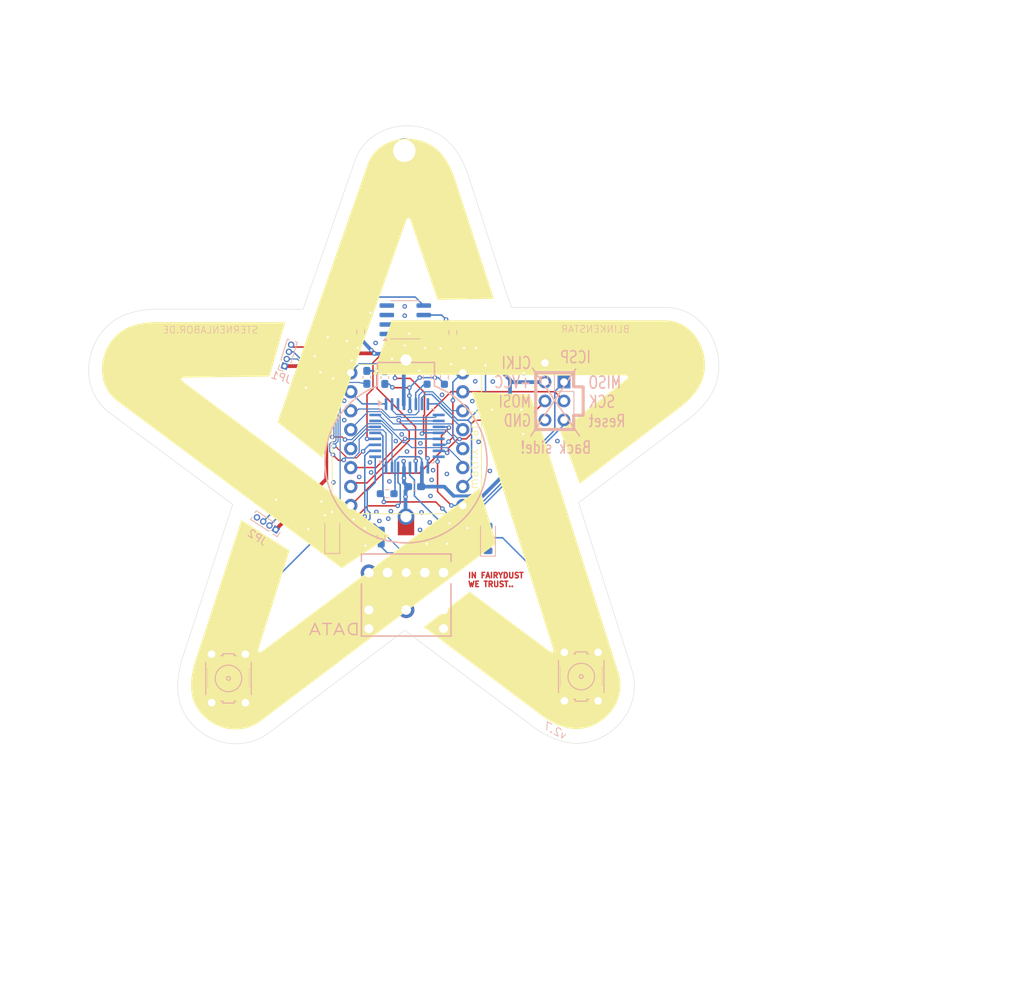
<source format=kicad_pcb>
(kicad_pcb (version 20241229) (generator "pcbnew") (generator_version "9.0")
  (title_block (title "Blinkenstar") (date "2025-04-20") (rev "2.7") (company "Sternenlabor e.V.") (comment 1 "André Fiedler <mail@andrefiedler.de>"))
  (layers (0 "F.Cu" signal) (2 "B.Cu" signal) (13 "F.Paste" user) (15 "B.Paste" user) (5 "F.SilkS" user "F.Silkscreen") (7 "B.SilkS" user "B.Silkscreen") (1 "F.Mask" user) (3 "B.Mask" user) (25 "Edge.Cuts" user))
  (net 0 "")
  (net 1 "VCC")
  (net 2 "GND")
  (net 3 "/R6{slash}SCK")
  (net 4 "/R8")
  (net 5 "/B2")
  (net 6 "/C4")
  (net 7 "/R2")
  (net 8 "/R7{slash}CLKI")
  (net 9 "/C1")
  (net 10 "/R3")
  (net 11 "/B1")
  (net 12 "/R5{slash}MISO")
  (net 13 "/R4{slash}MOSI")
  (net 14 "/C2")
  (net 15 "/AVR_AUDIO_IN")
  (net 16 "/TRIG2")
  (net 17 "/C8")
  (net 18 "/C6")
  (net 19 "/R1")
  (net 20 "/C7")
  (net 21 "/C3")
  (net 22 "/C5")
  (net 23 "/E1")
  (net 24 "/E2")
  (net 25 "/E3")
  (net 26 "/E4")
  (net 27 "/SDA")
  (net 28 "/TRIG1")
  (net 29 "/RESET")
  (net 30 "/SCL")
  (net 31 "Net-(D1-A)")
  (net 36 "Net-(J1-PadS)")
  (footprint "Library:SEGMENT_BL-M12A883" (layer "F.Cu") (at 114.875001 89.445 90)
    (property "Reference" "LED1" (hide yes))
    (property "Value" "SEGMENT_8X8_ROWCATHODEM12A881UR")
  )
  (footprint "Library:B3F-10XX" (layer "B.Cu") (at 138.2394 121.2512 -90)
    (property "Reference" "S1" (hide yes))
    (property "Value" "B3F-1000")
  )
  (footprint "Diode_SMD:D_SOD-123" (layer "B.Cu") (at 104.9 102.4 90)
    (property "Reference" "D1" (hide yes))
    (property "Value" "1N4148W")
  )
  (footprint "Library:B3F-10XX" (layer "B.Cu") (at 91 121.5 -90)
    (property "Reference" "S2" (hide yes))
    (property "Value" "B3F-1000")
  )
  (footprint "Library:CR2032PAC_ELECTRODRAGON" (layer "B.Cu") (at 114.775 89.325 -90)
    (property "Reference" "BT1" (hide yes))
    (property "Value" "Battery_Cell" (hide yes))
  )
  (footprint "Diode_SMD:D_SOD-123" (layer "B.Cu") (at 125.75 102.75 90)
    (property "Reference" "D2" (hide yes))
    (property "Value" "1N4148W")
  )
  (footprint "Capacitor_SMD:C_0603_1608Metric_Pad1.08x0.95mm_HandSolder" (layer "B.Cu") (at 111.933055 81.181459 -90)
    (property "Reference" "C2" (hide yes))
    (property "Value" "0.47uF")
  )
  (footprint "Package_SO:SOIC-8_3.9x4.9mm_P1.27mm" (layer "B.Cu") (at 114.675 73.445)
    (property "Reference" "U3" (hide yes))
    (property "Value" "EEPROM-I2CEIAJ")
  )
  (footprint "Resistor_SMD:R_0603_1608Metric_Pad0.98x0.95mm_HandSolder" (layer "B.Cu") (at 108.7 75.05 90)
    (property "Reference" "R6" (hide yes))
    (property "Value" "10K")
  )
  (footprint "Resistor_SMD:R_0603_1608Metric_Pad0.98x0.95mm_HandSolder" (layer "B.Cu") (at 111.45 102.5625 -90)
    (property "Reference" "R1" (hide yes))
    (property "Value" "16")
  )
  (footprint "Package_QFP:TQFP-32_7x7mm_P0.8mm" (layer "B.Cu") (at 114.9 89 -90)
    (property "Reference" "U2" (hide yes))
    (property "Value" "ATtiny88-A")
  )
  (footprint "Resistor_SMD:R_0603_1608Metric_Pad0.98x0.95mm_HandSolder" (layer "B.Cu") (at 121.05 75.15 90)
    (property "Reference" "R5" (hide yes))
    (property "Value" "10K")
  )
  (footprint "Resistor_SMD:R_0603_1608Metric_Pad0.98x0.95mm_HandSolder" (layer "B.Cu") (at 119.915114 81.171302 90)
    (property "Reference" "R3" (hide yes))
    (property "Value" "6.8K")
  )
  (footprint "Connector_PinHeader_1.00mm:PinHeader_1x04_P1.00mm_Vertical" (layer "B.Cu") (at 98.507629 79.656304 -17)
    (property "Reference" "JP1")
    (property "Value" "PINHD-1X04_2.54-S")
  )
  (footprint "Capacitor_SMD:C_0603_1608Metric_Pad1.08x0.95mm_HandSolder" (layer "B.Cu") (at 115.921814 95.801699 180)
    (property "Reference" "C3" (hide yes))
    (property "Value" "0.47uF")
  )
  (footprint "Connector_PinHeader_1.00mm:PinHeader_1x04_P1.00mm_Vertical" (layer "B.Cu") (at 97.329038 101.559193 57)
    (property "Reference" "JP2")
    (property "Value" "PINHD-1X04_2.54-S")
  )
  (footprint "Resistor_SMD:R_0603_1608Metric_Pad0.98x0.95mm_HandSolder" (layer "B.Cu") (at 112.25 96.75)
    (property "Reference" "R4" (hide yes))
    (property "Value" "10K")
  )
  (footprint "Connector_PinHeader_2.54mm:PinHeader_2x03_P2.54mm_Vertical" (layer "B.Cu") (at 135.925 81.785 180)
    (property "Reference" "ISP1" (hide yes))
    (property "Value" "AVR-ISP-6VERT" (hide yes))
  )
  (footprint "Capacitor_SMD:C_0603_1608Metric_Pad1.08x0.95mm_HandSolder" (layer "B.Cu") (at 109.526015 81.158599 90)
    (property "Reference" "C1" (hide yes))
    (property "Value" "10uF")
  )
  (footprint "Connector_PinHeader_2.54mm:PinHeader_1x01_P2.54mm_Vertical" (layer "B.Cu") (at 133.385 79.225)
    (property "Reference" "J3")
    (property "Value" "CLKI")
  )
  (footprint "Resistor_SMD:R_0603_1608Metric_Pad0.98x0.95mm_HandSolder" (layer "B.Cu") (at 117.6 81.1625 -90)
    (property "Reference" "R2" (hide yes))
    (property "Value" "8.2K")
  )
  (footprint "Library:AUDIO-JACK" (layer "B.Cu") (at 114.8 112.325 90)
    (property "Reference" "J1" (hide yes))
    (property "Value" "AudioJack2_Ground")
  )
  (gr_line (start 107.262219 105.4613) (end 105.8576 105.4613) (stroke (width 0.4064)) (layer "F.SilkS"))
  (gr_line (start 105.8576 105.4613) (end 106.129379 105.17174) (stroke (width 0.4064)) (layer "F.SilkS"))
  (gr_circle (center 123.584259 104.577381) (end 123.846505 104.577381) (stroke (width 0.4064)) (fill no) (layer "F.SilkS"))
  (gr_line (start 121.5929 105.5629) (end 121.5929 105.288581) (stroke (width 0.4064)) (layer "F.SilkS"))
  (gr_line (start 122.774 104.935518) (end 122.774 105.5375) (stroke (width 0.4064)) (layer "F.SilkS"))
  (gr_line (start 121.6437 105.5629) (end 121.5929 105.5629) (stroke (width 0.4064)) (layer "F.SilkS"))
  (gr_poly (pts (xy 115.038538 49.182741) (xy 115.184778 49.187906) (xy 115.331537 49.196692) (xy 115.478815 49.208578) (xy 115.626619 49.224081) (xy 115.774927 49.242685) (xy 115.923235 49.264387) (xy 116.07155 49.289709) (xy 116.220377 49.318648) (xy 116.369211 49.350687) (xy 116.51803 49.386862) (xy 116.666857 49.426134) (xy 116.815164 49.469027) (xy 116.963999 49.515021) (xy 117.112306 49.565146) (xy 117.326769 49.644728) (xy 117.53451 49.731543) (xy 117.736048 49.825079) (xy 117.930345 49.924814) (xy 118.117937 50.030749) (xy 118.299318 50.142889) (xy 118.474497 50.26071) (xy 118.643488 50.3837) (xy 118.963877 50.645701) (xy 119.261537 50.926821) (xy 119.537996 51.224993) (xy 119.794321 51.538668) (xy 120.03203 51.865778) (xy 120.251139 52.20426) (xy 120.454225 52.552561) (xy 120.641809 52.90861) (xy 120.814928 53.270346) (xy 120.97513 53.635698) (xy 121.123438 54.003119) (xy 121.261408 54.371054) (xy 126.541704 70.629492) (xy 118.99489 70.761778) (xy 115.344454 60.005335) (xy 115.332056 59.980013) (xy 115.317064 59.952624) (xy 115.296915 59.920588) (xy 115.271601 59.885962) (xy 115.241625 59.852888) (xy 115.206995 59.82395) (xy 115.187876 59.812063) (xy 115.168245 59.802763) (xy 115.147577 59.79553) (xy 115.125864 59.79191) (xy 115.103128 59.79191) (xy 115.079874 59.79553) (xy 115.05559 59.803797) (xy 115.030786 59.816717) (xy 115.004946 59.834284) (xy 114.978586 59.858057) (xy 114.951715 59.887514) (xy 114.924326 59.92317) (xy 114.895906 59.965544) (xy 114.867487 60.015154) (xy 114.838549 60.071997) (xy 114.80858 60.13711) (xy 114.778604 60.210489) (xy 114.748628 60.292654) (xy 103.600985 91.943953) (xy 97.565698 87.16905) (xy 109.641451 52.586668) (xy 109.713274 52.393915) (xy 109.792856 52.206328) (xy 109.973726 51.84511) (xy 110.183016 51.504561) (xy 110.418657 51.184168) (xy 110.679628 50.884962) (xy 110.963846 50.607977) (xy 111.270288 50.353213) (xy 111.596369 50.121702) (xy 111.941568 49.913962) (xy 112.30382 49.731028) (xy 112.681574 49.572897) (xy 113.072771 49.440603) (xy 113.476877 49.334669) (xy 113.89184 49.256121) (xy 114.315576 49.204962) (xy 114.74708 49.181708) (xy 114.89229 49.180674)) (stroke (width -0.000001)) (fill yes) (layer "F.SilkS"))
  (gr_poly (pts (xy 126.853319 103.429037) (xy 95.282122 127.234816) (xy 95.041826 127.405867) (xy 94.795328 127.562445) (xy 94.543146 127.704558) (xy 94.285799 127.832197) (xy 94.023279 127.945364) (xy 93.757151 128.044073) (xy 93.486879 128.128302) (xy 93.214029 128.198584) (xy 92.938074 128.2544) (xy 92.660059 128.296255) (xy 92.380487 128.324682) (xy 92.099886 128.338629) (xy 91.818766 128.339148) (xy 91.537645 128.326224) (xy 91.257044 128.299353) (xy 90.976953 128.259039) (xy 90.698938 128.205313) (xy 90.422464 128.138128) (xy 90.149095 128.05802) (xy 89.878313 127.964483) (xy 89.611147 127.858038) (xy 89.348116 127.738669) (xy 89.089731 127.605856) (xy 88.836519 127.460646) (xy 88.588472 127.303038) (xy 88.347139 127.132498) (xy 88.112528 126.949049) (xy 87.884638 126.753714) (xy 87.664499 126.545973) (xy 87.453142 126.325316) (xy 87.250048 126.092764) (xy 87.056261 125.848334) (xy 86.921907 125.662825) (xy 86.797884 125.475233) (xy 86.684191 125.285063) (xy 86.579805 125.092833) (xy 86.48472 124.899046) (xy 86.398943 124.703184) (xy 86.253733 124.306837) (xy 86.141077 123.904783) (xy 86.059946 123.498099) (xy 86.007746 123.08779) (xy 85.982424 122.674887) (xy 85.980875 122.260443) (xy 86.002062 121.845488) (xy 86.043405 121.430525) (xy 86.102831 121.017103) (xy 86.177767 120.606283) (xy 86.26613 120.19908) (xy 86.366381 119.796515) (xy 86.47542 119.399122) (xy 92.73292 100.271086) (xy 99.166117 104.374716) (xy 94.987047 117.652975) (xy 94.981882 117.681914) (xy 94.978258 117.713957) (xy 94.97516 117.752707) (xy 94.975679 117.796637) (xy 94.980844 117.842108) (xy 94.985498 117.864332) (xy 94.992212 117.886038) (xy 95.001001 117.906187) (xy 95.01185 117.925306) (xy 95.025804 117.942366) (xy 95.041826 117.957342) (xy 95.060945 117.969237) (xy 95.083162 117.978537) (xy 95.108484 117.984228) (xy 95.137422 117.986288) (xy 95.169977 117.984228) (xy 95.206674 117.977507) (xy 95.247492 117.966139) (xy 95.292971 117.949598) (xy 95.342577 117.927374) (xy 95.397356 117.898955) (xy 95.456781 117.864332) (xy 95.521898 117.823507) (xy 95.59218 117.774939) (xy 95.668138 117.71913) (xy 124.642084 95.986593)) (stroke (width -0.000001)) (fill yes) (layer "F.SilkS"))
  (gr_line (start 121.242381 105.6137) (end 121.242381 104.935518) (stroke (width 0.4064)) (layer "F.SilkS"))
  (gr_circle (center 117.013281 78.26044) (end 117.219034 78.26044) (stroke (width 0.254)) (fill no) (layer "F.SilkS"))
  (gr_line (start 106.129379 105.17174) (end 106.64246 105.212381) (stroke (width 0.4064)) (layer "F.SilkS"))
  (gr_poly (pts (xy 149.770258 73.527502) (xy 150.040003 73.550757) (xy 150.306146 73.589514) (xy 150.567636 73.642744) (xy 150.824976 73.71044) (xy 151.077158 73.79209) (xy 151.323648 73.887175) (xy 151.564981 73.995695) (xy 151.800623 74.117132) (xy 152.02955 74.250975) (xy 152.252283 74.396704) (xy 152.467768 74.554312) (xy 152.67602 74.723295) (xy 152.877054 74.903128) (xy 153.069803 75.093817) (xy 153.254282 75.294317) (xy 153.429987 75.504645) (xy 153.596903 75.724783) (xy 153.75503 75.953192) (xy 153.902826 76.190909) (xy 154.041315 76.436888) (xy 154.168955 76.690619) (xy 154.286264 76.951582) (xy 154.39271 77.219786) (xy 154.487802 77.495222) (xy 154.571512 77.776854) (xy 154.64335 78.064177) (xy 154.702265 78.357184) (xy 154.749277 78.655874) (xy 154.782877 78.958693) (xy 154.803537 79.266691) (xy 154.810266 79.578299) (xy 154.805612 79.807226) (xy 154.792169 80.032019) (xy 154.770471 80.252676) (xy 154.739984 80.46868) (xy 154.701746 80.681074) (xy 154.655756 80.889326) (xy 154.602518 81.093451) (xy 154.542063 81.29344) (xy 154.474359 81.489805) (xy 154.400476 81.682043) (xy 154.319849 81.870665) (xy 154.233545 82.055662) (xy 154.141046 82.237051) (xy 154.042871 82.414816) (xy 153.831507 82.760016) (xy 153.601023 83.09178) (xy 153.354013 83.41062) (xy 153.09202 83.716543) (xy 152.818125 84.01058) (xy 152.533396 84.293257) (xy 152.240915 84.564558) (xy 151.942743 84.825522) (xy 151.64094 85.076666) (xy 138.034021 95.425909) (xy 135.422296 88.341589) (xy 132.927881 88.342619) (xy 143.240946 120.786635) (xy 143.322077 121.067755) (xy 143.387186 121.349386) (xy 143.436792 121.632055) (xy 143.470896 121.914725) (xy 143.490015 122.197394) (xy 143.493647 122.479033) (xy 143.483301 122.759123) (xy 143.457987 123.038176) (xy 143.418711 123.31465) (xy 143.365473 123.58853) (xy 143.298822 123.859312) (xy 143.218195 124.126997) (xy 143.125193 124.390036) (xy 143.018732 124.649443) (xy 142.899881 124.903174) (xy 142.768625 125.152258) (xy 142.624964 125.395132) (xy 142.469934 125.631819) (xy 142.303003 125.861777) (xy 142.124735 126.085013) (xy 141.935083 126.299994) (xy 141.735086 126.507216) (xy 141.524256 126.706167) (xy 141.303064 126.895827) (xy 141.071558 127.076178) (xy 140.830744 127.246702) (xy 140.580118 127.406904) (xy 140.319666 127.55625) (xy 140.050943 127.694227) (xy 139.772943 127.82083) (xy 139.486643 127.935034) (xy 139.191584 128.036322) (xy 138.971949 128.100912) (xy 138.753366 128.155691) (xy 138.535807 128.199621) (xy 138.319788 128.234244) (xy 138.105341 128.259573) (xy 137.891916 128.27558) (xy 137.680033 128.282812) (xy 137.469721 128.28179) (xy 137.260431 128.273001) (xy 137.052683 128.255423) (xy 136.642374 128.198584) (xy 136.237757 128.113318) (xy 135.840357 128.002737) (xy 135.449167 127.868376) (xy 135.06521 127.713347) (xy 134.688486 127.539709) (xy 134.318994 127.349547) (xy 133.957788 127.145415) (xy 133.6038 126.929922) (xy 133.2586 126.705656) (xy 132.921671 126.474142) (xy 117.155199 114.627318) (xy 123.305727 109.873083) (xy 134.120569 117.934614) (xy 134.145883 117.949087) (xy 134.174829 117.963545) (xy 134.210993 117.978537) (xy 134.252344 117.99301) (xy 134.296778 118.003348) (xy 134.342264 118.006956) (xy 134.364481 118.005926) (xy 134.385675 118.002302) (xy 134.406855 117.995077) (xy 134.425974 117.985258) (xy 134.444055 117.971304) (xy 134.460077 117.953734) (xy 134.474024 117.932028) (xy 134.485926 117.905676) (xy 134.494699 117.874663) (xy 134.50091 117.838499) (xy 134.504007 117.796637) (xy 134.503488 117.749098) (xy 134.499353 117.695349) (xy 134.491083 117.635405) (xy 134.478693 117.568228) (xy 134.461634 117.49433) (xy 134.439417 117.413199) (xy 134.412027 117.323797) (xy 123.633356 83.104696) (xy 131.377573 83.466429) (xy 131.939813 85.235319) (xy 131.939813 88.123511) (xy 131.939708 88.124512) (xy 131.939558 88.125498) (xy 131.939369 88.126471) (xy 131.939149 88.127433) (xy 131.938646 88.129334) (xy 131.938105 88.131222) (xy 131.937583 88.133114) (xy 131.937348 88.134069) (xy 131.93714 88.135031) (xy 131.936965 88.136005) (xy 131.936832 88.136991) (xy 131.936746 88.137993) (xy 131.936716 88.139013) (xy 131.936868 88.145953) (xy 131.937311 88.152791) (xy 131.938033 88.159531) (xy 131.93902 88.166175) (xy 131.940262 88.172724) (xy 131.941745 88.179182) (xy 131.943458 88.185551) (xy 131.945389 88.191834) (xy 131.947524 88.198032) (xy 131.949852 88.204148) (xy 131.952361 88.210185) (xy 131.955039 88.216145) (xy 131.957872 88.222031) (xy 131.96085 88.227844) (xy 131.963959 88.233587) (xy 131.967188 88.239264) (xy 131.967323 88.239522) (xy 131.967457 88.239783) (xy 131.967593 88.240043) (xy 131.967664 88.240172) (xy 131.967737 88.240301) (xy 131.971126 88.245849) (xy 131.974667 88.251263) (xy 131.978357 88.256542) (xy 131.982197 88.261685) (xy 131.986186 88.26669) (xy 131.990322 88.271554) (xy 131.994604 88.276278) (xy 131.999031 88.280857) (xy 132.003603 88.285292) (xy 132.008318 88.28958) (xy 132.013175 88.29372) (xy 132.018173 88.297709) (xy 132.023312 88.301547) (xy 132.02859 88.305231) (xy 132.034007 88.30876) (xy 132.03956 88.312132) (xy 132.040456 88.312783) (xy 132.041357 88.31343) (xy 132.042264 88.314073) (xy 132.043177 88.314711) (xy 132.054226 88.320564) (xy 132.059851 88.323305) (xy 132.065545 88.325909) (xy 132.071311 88.328365) (xy 132.077148 88.330662) (xy 132.083059 88.33279) (xy 132.089044 88.334739) (xy 132.095107 88.336498) (xy 132.101247 88.338057) (xy 132.107467 88.339405) (xy 132.113768 88.340532) (xy 132.120151 88.341427) (xy 132.126618 88.342081) (xy 132.133171 88.342481) (xy 132.13981 88.342619) (xy 132.927362 88.342619) (xy 132.795572 87.935927) (xy 132.346002 87.935927) (xy 132.346002 86.513273) (xy 132.797647 87.933859) (xy 135.941645 87.933859) (xy 137.020136 87.091536) (xy 137.020136 87.934897) (xy 135.940088 87.934897) (xy 135.425913 88.341589) (xy 137.223215 88.341589) (xy 137.2333 88.341333) (xy 137.243316 88.340582) (xy 137.253246 88.339342) (xy 137.263074 88.33762) (xy 137.272784 88.335424) (xy 137.282357 88.332759) (xy 137.291779 88.329633) (xy 137.301031 88.326054) (xy 137.310098 88.322027) (xy 137.318962 88.31756) (xy 137.327608 88.312659) (xy 137.336018 88.307332) (xy 137.344176 88.301585) (xy 137.352064 88.295426) (xy 137.359667 88.288861) (xy 137.366968 88.281897) (xy 137.373915 88.274579) (xy 137.380461 88.26696) (xy 137.386602 88.259056) (xy 137.392329 88.250884) (xy 137.397636 88.242461) (xy 137.402516 88.233802) (xy 137.406962 88.224926) (xy 137.410967 88.215848) (xy 137.414524 88.206586) (xy 137.417627 88.197156) (xy 137.420268 88.187574) (xy 137.42244 88.177858) (xy 137.424138 88.168024) (xy 137.425353 88.15809) (xy 137.426079 88.14807) (xy 137.42631 88.137983) (xy 137.42631 86.774237) (xy 137.860392 86.43524) (xy 137.861414 86.43524) (xy 138.492899 86.43524) (xy 138.502695 86.434907) (xy 138.512423 86.434106) (xy 138.522068 86.432844) (xy 138.531614 86.431128) (xy 138.541047 86.428962) (xy 138.550352 86.426355) (xy 138.559511 86.423312) (xy 138.568512 86.419839) (xy 138.577338 86.415943) (xy 138.585973 86.411631) (xy 138.594404 86.406907) (xy 138.602614 86.40178) (xy 138.610588 86.396255) (xy 138.618312 86.390338) (xy 138.625769 86.384036) (xy 138.632944 86.377356) (xy 138.634254 86.376081) (xy 138.635551 86.374797) (xy 138.636834 86.373503) (xy 138.638102 86.372198) (xy 138.644781 86.365025) (xy 138.651081 86.35757) (xy 138.656997 86.349848) (xy 138.662522 86.341875) (xy 138.667648 86.333665) (xy 138.672371 86.325234) (xy 138.676684 86.316598) (xy 138.68058 86.307772) (xy 138.684053 86.298771) (xy 138.687097 86.28961) (xy 138.689706 86.280305) (xy 138.691872 86.270871) (xy 138.693591 86.261323) (xy 138.694854 86.251678) (xy 138.695657 86.241949) (xy 138.695993 86.232153) (xy 138.695993 85.786184) (xy 138.382318 86.030096) (xy 138.383356 86.030096) (xy 137.861414 86.43524) (xy 137.860392 86.43524) (xy 137.42631 86.43524) (xy 137.42631 86.773726) (xy 137.021173 87.092047) (xy 137.020136 86.232153) (xy 137.020403 86.221702) (xy 137.021189 86.211388) (xy 137.022483 86.201225) (xy 137.02427 86.191224) (xy 137.026539 86.181399) (xy 137.029276 86.171762) (xy 137.03247 86.162327) (xy 137.036106 86.153106) (xy 137.040173 86.144111) (xy 137.044658 86.135355) (xy 137.049547 86.126852) (xy 137.054829 86.118613) (xy 137.060491 86.110652) (xy 137.066519 86.102981) (xy 137.072901 86.095613) (xy 137.079624 86.088561) (xy 137.086676 86.081838) (xy 137.094044 86.075455) (xy 137.101714 86.069427) (xy 137.109675 86.063766) (xy 137.117914 86.058483) (xy 137.126417 86.053594) (xy 137.135173 86.049109) (xy 137.144168 86.045041) (xy 137.153389 86.041404) (xy 137.162824 86.03821) (xy 137.172461 86.035472) (xy 137.182286 86.033203) (xy 137.192286 86.031415) (xy 137.20245 86.030121) (xy 137.212764 86.029334) (xy 137.223215 86.029066) (xy 138.28982 86.030096) (xy 138.28982 82.626692) (xy 137.223215 82.626692) (xy 137.2175 82.6266) (xy 137.211833 82.626333) (xy 137.206212 82.625901) (xy 137.200638 82.62531) (xy 137.195108 82.624569) (xy 137.189623 82.623685) (xy 137.184181 82.622666) (xy 137.178781 82.621519) (xy 137.178263 82.621519) (xy 137.173062 82.620247) (xy 137.167882 82.618823) (xy 137.162736 82.617256) (xy 137.157637 82.615554) (xy 137.152595 82.613727) (xy 137.147625 82.611783) (xy 137.142739 82.609731) (xy 137.137949 82.60758) (xy 137.136258 82.606697) (xy 137.134575 82.605799) (xy 137.1329 82.604883) (xy 137.131235 82.603949) (xy 137.126894 82.601682) (xy 137.122596 82.599334) (xy 137.118349 82.596902) (xy 137.11416 82.594379) (xy 137.110038 82.59176) (xy 137.105988 82.589041) (xy 137.102019 82.586216) (xy 137.098139 82.583281) (xy 137.096598 82.582251) (xy 137.096094 82.581732) (xy 137.091846 82.57822) (xy 137.087707 82.574606) (xy 137.083676 82.57089) (xy 137.079752 82.567069) (xy 137.075934 82.563143) (xy 137.07222 82.55911) (xy 137.06861 82.554969) (xy 137.065103 82.550718) (xy 137.063547 82.548659) (xy 137.060239 82.544323) (xy 137.05705 82.539894) (xy 137.053981 82.535375) (xy 137.051036 82.530769) (xy 137.048214 82.526077) (xy 137.045518 82.521304) (xy 137.04295 82.51645) (xy 137.04051 82.511519) (xy 137.038201 82.506513) (xy 137.036024 82.501435) (xy 137.033981 82.496287) (xy 137.032073 82.491073) (xy 137.030302 82.485793) (xy 137.02867 82.480452) (xy 137.027178 82.475052) (xy 137.025827 82.469595) (xy 137.025293 82.468558) (xy 137.025293 82.468046) (xy 137.024147 82.462637) (xy 137.023129 82.457194) (xy 137.022247 82.451712) (xy 137.021507 82.446188) (xy 137.020919 82.440619) (xy 137.020489 82.434999) (xy 137.020225 82.429327) (xy 137.020136 82.423598) (xy 137.02 82.22) (xy 137.426828 82.22) (xy 138.492914 82.22) (xy 138.498629 82.220089) (xy 138.504297 82.220354) (xy 138.509918 82.220785) (xy 138.515493 82.221375) (xy 138.521025 82.222115) (xy 138.526513 82.222999) (xy 138.531958 82.224018) (xy 138.537363 82.225165) (xy 138.537867 82.225165) (xy 138.542945 82.226425) (xy 138.54799 82.227859) (xy 138.552995 82.229449) (xy 138.557951 82.231178) (xy 138.562851 82.233027) (xy 138.567688 82.234978) (xy 138.572455 82.237015) (xy 138.577143 82.239119) (xy 138.58055 82.240833) (xy 138.583927 82.242609) (xy 138.587273 82.244449) (xy 138.588933 82.245392) (xy 138.590586 82.246351) (xy 138.593452 82.247957) (xy 138.596301 82.249595) (xy 138.599131 82.251269) (xy 138.601934 82.252982) (xy 138.604708 82.254739) (xy 138.607447 82.256543) (xy 138.610147 82.258397) (xy 138.612802 82.260306) (xy 138.614739 82.261776) (xy 138.616659 82.263269) (xy 138.61856 82.264786) (xy 138.620443 82.266324) (xy 138.622308 82.267885) (xy 138.624154 82.269469) (xy 138.62598 82.271075) (xy 138.627787 82.272703) (xy 138.629897 82.274616) (xy 138.631972 82.27655) (xy 138.634015 82.278508) (xy 138.636026 82.280492) (xy 138.638009 82.282504) (xy 138.639966 82.284547) (xy 138.641898 82.286622) (xy 138.643808 82.288733) (xy 138.645366 82.290481) (xy 138.646904 82.292247) (xy 138.648421 82.29403) (xy 138.649917 82.295831) (xy 138.651393 82.297648) (xy 138.652848 82.299482) (xy 138.654282 82.301332) (xy 138.655695 82.303198) (xy 138.657617 82.305859) (xy 138.659473 82.308558) (xy 138.66127 82.311292) (xy 138.663017 82.314059) (xy 138.66472 82.316857) (xy 138.666387 82.319683) (xy 138.669641 82.325407) (xy 138.670674 82.327181) (xy 138.671689 82.328965) (xy 138.672687 82.330759) (xy 138.673666 82.332565) (xy 138.674626 82.33438) (xy 138.675568 82.336206) (xy 138.67649 82.338042) (xy 138.677393 82.339888) (xy 138.679387 82.344387) (xy 138.681281 82.348912) (xy 138.683071 82.353471) (xy 138.684753 82.358073) (xy 138.686323 82.362728) (xy 138.687776 82.367443) (xy 138.689109 82.372227) (xy 138.690317 82.377089) (xy 138.690836 82.378126) (xy 138.691982 82.38358) (xy 138.693 82.38914) (xy 138.693883 82.394786) (xy 138.694622 82.400499) (xy 138.69521 82.406256) (xy 138.69564 82.412039) (xy 138.695904 82.417826) (xy 138.695993 82.423598) (xy 138.699106 85.780501) (xy 144.373697 81.349768) (xy 144.393839 81.329611) (xy 144.413996 81.306875) (xy 144.437769 81.276899) (xy 144.462046 81.241759) (xy 144.48324 81.20249) (xy 144.498743 81.160109) (xy 144.503397 81.138411) (xy 144.505457 81.116705) (xy 144.504953 81.094999) (xy 144.500803 81.073294) (xy 144.494089 81.051588) (xy 144.482736 81.03092) (xy 144.466715 81.010763) (xy 144.446543 80.991644) (xy 144.420709 80.973562) (xy 144.390222 80.956511) (xy 144.353022 80.940489) (xy 144.310129 80.926535) (xy 144.261026 80.914129) (xy 144.204706 80.90328) (xy 144.141138 80.89501) (xy 144.069834 80.888808) (xy 143.990763 80.88468) (xy 143.902918 80.883642) (xy 137.428385 80.865042) (xy 137.426828 82.22) (xy 137.02 82.22) (xy 137.019098 80.864004) (xy 132.346521 80.850569) (xy 132.346521 80.720343) (xy 137.020136 80.720343) (xy 137.020136 80.863493) (xy 137.42631 80.864523) (xy 137.426325 80.517256) (xy 137.426078 80.507184) (xy 137.425337 80.497179) (xy 137.424108 80.48726) (xy 137.422398 80.477442) (xy 137.420215 80.467742) (xy 137.417564 80.458177) (xy 137.414453 80.448762) (xy 137.410889 80.439516) (xy 137.406878 80.430455) (xy 137.402427 80.421594) (xy 137.397544 80.412951) (xy 137.392235 80.404543) (xy 137.386507 80.396386) (xy 137.380366 80.388496) (xy 137.373821 80.380891) (xy 137.366876 80.373587) (xy 137.359574 80.366645) (xy 137.35197 80.360102) (xy 137.344082 80.353964) (xy 137.335926 80.348238) (xy 137.327519 80.342932) (xy 137.318877 80.33805) (xy 137.310017 80.333602) (xy 137.300957 80.329593) (xy 137.291711 80.32603) (xy 137.282297 80.322921) (xy 137.272732 80.320272) (xy 137.263032 80.31809) (xy 137.253214 80.316382) (xy 137.243294 80.315154) (xy 137.233289 80.314414) (xy 137.223215 80.314169) (xy 132.15893 80.314169) (xy 132.156998 80.313989) (xy 132.15507 80.31376) (xy 132.151213 80.313246) (xy 132.149279 80.313006) (xy 132.147338 80.312807) (xy 132.145388 80.312671) (xy 132.144409 80.312633) (xy 132.143427 80.31262) (xy 132.132977 80.312889) (xy 132.122664 80.313676) (xy 132.112502 80.314971) (xy 132.102502 80.316759) (xy 132.092678 80.319029) (xy 132.083042 80.321767) (xy 132.073607 80.324961) (xy 132.064386 80.328598) (xy 132.055391 80.332666) (xy 132.046635 80.337151) (xy 132.038132 80.342041) (xy 132.029893 80.347323) (xy 132.021932 80.352985) (xy 132.01426 80.359013) (xy 132.006892 80.365395) (xy 131.99984 80.372118) (xy 131.993116 80.37917) (xy 131.986733 80.386538) (xy 131.980704 80.394208) (xy 131.975041 80.402169) (xy 131.969759 80.410407) (xy 131.964868 80.418911) (xy 131.960382 80.427666) (xy 131.956314 80.436661) (xy 131.952676 80.445882) (xy 131.949481 80.455317) (xy 131.946742 80.464954) (xy 131.944472 80.474778) (xy 131.942683 80.484779) (xy 131.941389 80.494942) (xy 131.940601 80.505256) (xy 131.940332 80.515707) (xy 131.940332 80.516226) (xy 131.939813 80.517256) (xy 131.940332 80.518294) (xy 131.940332 80.84799) (xy 132.345484 80.850058) (xy 132.346521 86.508108) (xy 131.940332 85.238936) (xy 131.939813 80.849539) (xy 110.35045 80.788038) (xy 112.86606 73.519751) (xy 149.496897 73.519751)) (stroke (width -0.000001)) (fill yes) (layer "F.SilkS"))
  (gr_line (start 122.774 105.5375) (end 121.6437 105.5375) (stroke (width 0.4064)) (layer "F.SilkS"))
  (gr_line (start 106.241138 104.912659) (end 107.282538 104.912659) (stroke (width 0.4064)) (layer "F.SilkS"))
  (gr_line (start 106.64246 105.212381) (end 106.64246 105.161581) (stroke (width 0.4064)) (layer "F.SilkS"))
  (gr_line (start 121.242381 104.935518) (end 122.774 104.935518) (stroke (width 0.4064)) (layer "F.SilkS"))
  (gr_circle (center 108.171541 104.518962) (end 108.433787 104.518962) (stroke (width 0.4064)) (fill no) (layer "F.SilkS"))
  (gr_line (start 121.5929 105.288581) (end 122.6216 105.288581) (stroke (width 0.4064)) (layer "F.SilkS"))
  (gr_line (start 121.5294 105.6137) (end 121.242381 105.6137) (stroke (width 0.4064)) (layer "F.SilkS"))
  (gr_line (start 107.282538 104.912659) (end 107.262219 105.4613) (stroke (width 0.4064)) (layer "F.SilkS"))
  (gr_poly (pts (xy 98.590441 73.777098) (xy 96.502718 81.054175) (xy 84.979906 81.189055) (xy 84.951487 81.193182) (xy 84.920992 81.198355) (xy 84.883272 81.207655) (xy 84.842447 81.22109) (xy 84.801103 81.23918) (xy 84.780947 81.250548) (xy 84.762865 81.262945) (xy 84.745813 81.277418) (xy 84.730822 81.29344) (xy 84.717905 81.311011) (xy 84.708086 81.330649) (xy 84.700853 81.351835) (xy 84.697748 81.375601) (xy 84.698786 81.400923) (xy 84.703951 81.428831) (xy 84.71377 81.4588) (xy 84.728754 81.491362) (xy 84.74943 81.526495) (xy 84.7763 81.563704) (xy 84.809374 81.60401) (xy 84.849161 81.646902) (xy 84.896707 81.692381) (xy 84.950968 81.740957) (xy 85.014009 81.792631) (xy 85.085329 81.84741) (xy 112.570467 102.43685) (xy 106.164659 106.729094) (xy 76.095179 84.332525) (xy 75.875551 84.159415) (xy 75.66781 83.975447) (xy 75.472475 83.782171) (xy 75.289537 83.579603) (xy 75.119005 83.368246) (xy 74.960878 83.148619) (xy 74.815149 82.921759) (xy 74.682344 82.687147) (xy 74.561418 82.445822) (xy 74.453417 82.198813) (xy 74.357813 81.945593) (xy 74.275133 81.687727) (xy 74.204851 81.424696) (xy 74.148012 81.158049) (xy 74.103563 80.887259) (xy 74.072046 80.613379) (xy 74.053438 80.337424) (xy 74.047754 80.05889) (xy 74.054987 79.778799) (xy 74.075144 79.497679) (xy 74.108736 79.216559) (xy 74.155245 78.934927) (xy 74.21467 78.653288) (xy 74.28805 78.373205) (xy 74.374353 78.094664) (xy 74.473566 77.817679) (xy 74.58674 77.54328) (xy 74.712831 77.271979) (xy 74.852877 77.004294) (xy 75.005838 76.740744) (xy 75.172754 76.481329) (xy 75.353105 76.22708) (xy 75.494181 76.045698) (xy 75.639391 75.873099) (xy 75.789255 75.709799) (xy 75.943247 75.554251) (xy 76.263643 75.268484) (xy 76.599024 75.013716) (xy 76.947321 74.788405) (xy 77.308023 74.591002) (xy 77.679056 74.419439) (xy 78.058878 74.271643) (xy 78.446451 74.146589) (xy 78.839197 74.042715) (xy 79.2371 73.957449) (xy 79.637598 73.889235) (xy 80.039636 73.836531) (xy 80.441683 73.797255) (xy 80.842173 73.769865) (xy 81.240084 73.752813)) (stroke (width -0.000001)) (fill yes) (layer "F.SilkS"))
  (gr_line (start 122.6216 105.288581) (end 122.6216 105.33684) (stroke (width 0.4064)) (layer "F.SilkS"))
  (gr_line (start 105.801719 105.38764) (end 106.241138 104.912659) (stroke (width 0.4064)) (layer "F.SilkS"))
  (gr_line (start 121.6437 105.5375) (end 121.6437 105.5629) (stroke (width 0.4064)) (layer "F.SilkS"))
  (gr_line (start 131.699849 79.915) (end 138 89) (stroke (width 0.2)) (layer "B.SilkS"))
  (gr_line (start 137.49 80.03) (end 131.5 89) (stroke (width 0.2)) (layer "B.SilkS"))
  (gr_line (start 137.225 80.525) (end 137.225 82.43) (stroke (width 0.4064)) (layer "B.SilkS"))
  (gr_line (start 132.145 80.525) (end 137.225 80.525) (stroke (width 0.4064)) (layer "B.SilkS"))
  (gr_line (start 138.495 86.24) (end 137.225 86.24) (stroke (width 0.4064)) (layer "B.SilkS"))
  (gr_line (start 137.225 86.24) (end 137.225 88.145) (stroke (width 0.4064)) (layer "B.SilkS"))
  (gr_line (start 132.145 80.525) (end 132.145 88.145) (stroke (width 0.4064)) (layer "B.SilkS"))
  (gr_line (start 138.495 82.43) (end 138.495 86.24) (stroke (width 0.4064)) (layer "B.SilkS"))
  (gr_line (start 132.145 88.145) (end 137.225 88.145) (stroke (width 0.4064)) (layer "B.SilkS"))
  (gr_line (start 137.225 82.43) (end 138.495 82.43) (stroke (width 0.4064)) (layer "B.SilkS"))
  (gr_poly (pts (xy 115.125282 47.448534) (xy 115.312281 47.455309) (xy 115.499707 47.466272) (xy 115.687485 47.481444) (xy 115.875541 47.500847) (xy 116.0638 47.524502) (xy 116.252188 47.552429) (xy 116.440629 47.58465) (xy 116.62905 47.621185) (xy 116.817375 47.662057) (xy 117.005529 47.707285) (xy 117.193439 47.756892) (xy 117.38103 47.810898) (xy 117.568226 47.869323) (xy 117.754953 47.932191) (xy 117.754953 47.932296) (xy 118.036473 48.036945) (xy 118.308671 48.150714) (xy 118.571726 48.273207) (xy 118.825814 48.404028) (xy 119.071112 48.542782) (xy 119.307797 48.689072) (xy 119.536047 48.842502) (xy 119.756038 49.002676) (xy 120.171955 49.341672) (xy 120.556963 49.702893) (xy 120.912482 50.083171) (xy 121.239927 50.479336) (xy 121.540717 50.888222) (xy 121.816267 51.306659) (xy 122.067996 51.731481) (xy 122.29732 52.159518) (xy 122.505658 52.587603) (xy 122.694425 53.012568) (xy 122.865039 53.431244) (xy 123.018918 53.840464) (xy 123.024005 53.854717) (xy 123.028976 53.869011) (xy 123.033828 53.883346) (xy 123.038559 53.897721) (xy 128.319271 70.156159) (xy 128.895663 71.78469) (xy 149.537924 71.78469) (xy 149.915579 71.795355) (xy 150.287106 71.826968) (xy 150.652121 71.878955) (xy 151.01024 71.950742) (xy 151.361078 72.041754) (xy 151.704252 72.151418) (xy 152.039375 72.27916) (xy 152.366065 72.424405) (xy 152.683936 72.58658) (xy 152.992605 72.765111) (xy 153.291687 72.959422) (xy 153.580797 73.168942) (xy 153.859551 73.393094) (xy 154.127566 73.631306) (xy 154.384455 73.883003) (xy 154.629835 74.147612) (xy 154.863322 74.424557) (xy 155.084531 74.713266) (xy 155.293078 75.013164) (xy 155.488578 75.323677) (xy 155.670647 75.644231) (xy 155.838901 75.974252) (xy 155.992955 76.313166) (xy 156.132424 76.660399) (xy 156.256926 77.015377) (xy 156.366074 77.377525) (xy 156.459484 77.746271) (xy 156.536773 78.121039) (xy 156.597556 78.501255) (xy 156.641448 78.886347) (xy 156.668065 79.275739) (xy 156.677023 79.668858) (xy 156.671042 79.969032) (xy 156.653387 80.26342) (xy 156.624488 80.55206) (xy 156.584777 80.834986) (xy 156.534684 81.112236) (xy 156.474641 81.383844) (xy 156.405078 81.649849) (xy 156.326427 81.910285) (xy 156.239118 82.16519) (xy 156.143583 82.414598) (xy 156.040252 82.658548) (xy 155.929557 82.897074) (xy 155.811928 83.130213) (xy 155.687796 83.358001) (xy 155.42175 83.79767) (xy 155.134864 84.216371) (xy 154.830588 84.614393) (xy 154.512369 84.992026) (xy 154.183655 85.349561) (xy 153.847894 85.687286) (xy 153.508535 86.005493) (xy 153.169023 86.30447) (xy 152.832809 86.584507) (xy 152.821543 86.593582) (xy 152.810211 86.602568) (xy 152.79881 86.611464) (xy 152.787338 86.620267) (xy 139.180417 96.969608) (xy 137.8884 97.946812) (xy 145.021811 120.324357) (xy 145.021811 120.323832) (xy 145.130082 120.698758) (xy 145.217016 121.074636) (xy 145.282992 121.450874) (xy 145.32839 121.826884) (xy 145.35359 122.202074) (xy 145.358972 122.575855) (xy 145.344914 122.947637) (xy 145.311798 123.316829) (xy 145.260002 123.682843) (xy 145.189907 124.045087) (xy 145.101891 124.402972) (xy 144.996336 124.755907) (xy 144.87362 125.103303) (xy 144.734124 125.44457) (xy 144.578226 125.779117) (xy 144.406308 126.106354) (xy 144.218747 126.425693) (xy 144.015926 126.736541) (xy 143.798222 127.03831) (xy 143.566015 127.33041) (xy 143.319686 127.61225) (xy 143.059615 127.88324) (xy 142.78618 128.142791) (xy 142.499762 128.390312) (xy 142.20074 128.625213) (xy 141.889494 128.846904) (xy 141.566404 129.054796) (xy 141.231849 129.248297) (xy 140.88621 129.426819) (xy 140.529866 129.589771) (xy 140.163196 129.736563) (xy 139.786581 129.866605) (xy 139.783981 129.867557) (xy 139.491456 129.953494) (xy 139.200977 130.025672) (xy 138.912641 130.084548) (xy 138.626543 130.130578) (xy 138.342778 130.16422) (xy 138.061442 130.185929) (xy 137.78263 130.196163) (xy 137.506439 130.195377) (xy 137.232962 130.184028) (xy 136.962297 130.162574) (xy 136.694538 130.13147) (xy 136.429781 130.091172) (xy 135.909654 129.984824) (xy 135.402681 129.847182) (xy 134.909625 129.681899) (xy 134.431251 129.492626) (xy 133.968323 129.283016) (xy 133.521604 129.056722) (xy 133.091859 128.817395) (xy 132.679852 128.568688) (xy 132.286346 128.314253) (xy 131.912106 128.057743) (xy 131.900458 128.049484) (xy 131.888878 128.041132) (xy 131.877363 128.032689) (xy 131.865915 128.024155) (xy 116.099325 116.177439) (xy 114.628097 115.040867) (xy 96.422604 128.782761) (xy 96.422067 128.782761) (xy 96.102882 129.010411) (xy 95.77568 129.218326) (xy 95.441149 129.406658) (xy 95.099976 129.575561) (xy 94.752848 129.725189) (xy 94.400453 129.855694) (xy 94.043477 129.967229) (xy 93.682607 130.059949) (xy 93.318531 130.134006) (xy 92.951936 130.189554) (xy 92.583508 130.226746) (xy 92.213936 130.245735) (xy 91.843905 130.246675) (xy 91.474104 130.229718) (xy 91.105219 130.195018) (xy 90.737938 130.142729) (xy 90.372947 130.073004) (xy 90.010933 129.985995) (xy 89.652585 129.881857) (xy 89.298589 129.760742) (xy 88.949631 129.622804) (xy 88.6064 129.468196) (xy 88.269582 129.297071) (xy 87.939865 129.109583) (xy 87.617935 128.905885) (xy 87.304479 128.68613) (xy 87.000186 128.450472) (xy 86.705741 128.199064) (xy 86.421833 127.932058) (xy 86.149147 127.649609) (xy 85.888372 127.35187) (xy 85.640194 127.038993) (xy 85.46115 126.791311) (xy 85.295952 126.540933) (xy 85.144193 126.288106) (xy 85.005467 126.033071) (xy 84.879366 125.776074) (xy 84.765485 125.517357) (xy 84.663416 125.257165) (xy 84.572754 124.995742) (xy 84.424021 124.470176) (xy 84.316032 123.942611) (xy 84.245534 123.414997) (xy 84.209274 122.889285) (xy 84.203999 122.367425) (xy 84.226456 121.85137) (xy 84.273391 121.343068) (xy 84.341552 120.844472) (xy 84.427685 120.357532) (xy 84.528537 119.884198) (xy 84.640855 119.426423) (xy 84.761386 118.986155) (xy 84.766097 118.96999) (xy 84.770958 118.95387) (xy 84.775967 118.937794) (xy 84.781125 118.921763) (xy 91.038522 99.794151) (xy 91.569137 98.189902) (xy 75.045291 85.887296) (xy 75.045816 85.887296) (xy 74.745889 85.6508) (xy 74.46318 85.401126) (xy 74.197675 85.13897) (xy 73.949364 84.865025) (xy 73.718234 84.579987) (xy 73.504275 84.284548) (xy 73.307474 83.979404) (xy 73.127819 83.665249) (xy 72.965299 83.342776) (xy 72.819903 83.012681) (xy 72.691619 82.675658) (xy 72.580435 82.3324) (xy 72.486339 81.983602) (xy 72.409319 81.629959) (xy 72.349365 81.272165) (xy 72.306465 80.910914) (xy 72.280606 80.5469) (xy 72.271777 80.180817) (xy 72.279967 79.813361) (xy 72.305164 79.445224) (xy 72.347356 79.077102) (xy 72.406531 78.709689) (xy 72.482678 78.343679) (xy 72.575785 77.979766) (xy 72.685841 77.618644) (xy 72.812834 77.261008) (xy 72.956752 76.907553) (xy 73.117583 76.558972) (xy 73.295317 76.215959) (xy 73.489941 75.87921) (xy 73.701443 75.549418) (xy 73.929812 75.227277) (xy 74.115188 74.988498) (xy 74.306639 74.761654) (xy 74.503833 74.546444) (xy 74.706435 74.342569) (xy 74.914114 74.149729) (xy 75.126535 73.967624) (xy 75.564274 73.63442) (xy 76.016986 73.340558) (xy 76.482008 73.083638) (xy 76.956673 72.861262) (xy 77.438318 72.67103) (xy 77.924276 72.510543) (xy 78.411883 72.377402) (xy 78.898473 72.269209) (xy 79.381383 72.183563) (xy 79.857946 72.118067) (xy 80.325498 72.07032) (xy 80.781374 72.037924) (xy 81.222909 72.018479) (xy 81.238022 72.01805) (xy 81.253138 72.017757) (xy 81.268254 72.017593) (xy 81.283371 72.017551) (xy 98.633834 72.041734) (xy 98.642682 72.045071) (xy 98.65151 72.048454) (xy 100.984384 72.048454) (xy 107.958639 52.075512) (xy 108.057912 51.809497) (xy 108.167536 51.550469) (xy 108.287205 51.298512) (xy 108.416615 51.053711) (xy 108.555458 50.81615) (xy 108.703429 50.585913) (xy 109.025533 50.14775) (xy 109.380479 49.739897) (xy 109.76582 49.363029) (xy 110.179111 49.01782) (xy 110.617904 48.704945) (xy 111.079753 48.42508) (xy 111.562212 48.178898) (xy 112.062833 47.967075) (xy 112.57917 47.790285) (xy 113.108776 47.649204) (xy 113.649204 47.544506) (xy 114.198009 47.476866) (xy 114.752743 47.446958) (xy 114.752865 47.447465) (xy 114.938786 47.445926)) (stroke (width 0.052916) (color 253 253 253 1)) (fill no) (layer "Edge.Cuts"))
  (gr_text "IN FAIRYDUST\nWE TRUST.." (at 123 109.3 0) (layer "F.Cu") (effects (font (size 0.73152 0.73152) (thickness 0.18288) (bold yes)) (justify left bottom)))
  (gr_text "matrix label" (at 124.55 96.25 90) (layer "F.SilkS") (effects (font (size 1.1684 1.1684) (thickness 0.1016)) (justify left bottom)))
  (gr_text "ICSP" (at 135.28 79.4 0) (layer "B.SilkS") (effects (font (size 1.6 1.2) (thickness 0.2) (bold yes)) (justify right bottom mirror)))
  (gr_text "STERNENLABOR.DE" (at 95.05 75.35 0) (layer "B.SilkS") (effects (font (size 0.93472 0.93472) (thickness 0.08128)) (justify left bottom mirror)))
  (gr_text "BLINKENSTAR" (at 144.8 75.25 0) (layer "B.SilkS") (effects (font (size 0.93472 0.93472) (thickness 0.08128)) (justify left bottom mirror)))
  (gr_text "MISO\nSCK\nReset" (at 139.1 87.95 0) (layer "B.SilkS") (effects (font (size 1.6 1.2) (thickness 0.2) (bold yes)) (justify right bottom mirror)))
  (gr_text "DATA" (at 108.8 115.825 0) (layer "B.SilkS") (effects (font (size 1.5 2) (thickness 0.2)) (justify left bottom mirror)))
  (gr_text "Back side!" (at 130 91.5 0) (layer "B.SilkS") (effects (font (size 1.6 1.2) (thickness 0.2) (bold yes)) (justify right bottom mirror)))
  (gr_text "CLKI\n+VCC\nMOSI\nGND" (at 131.65 87.9 0) (layer "B.SilkS") (effects (font (size 1.6 1.2) (thickness 0.2) (bold yes)) (justify left bottom mirror)))
  (gr_text "v2.7" (at 136.25 129.3 332) (layer "B.SilkS") (effects (font (size 1.035 1.035) (thickness 0.115)) (justify left mirror)))
  (via (at 114.55 50.8) (size 3.3) (drill 3) (layers "F.Cu" "B.Cu") (net 0))
  (segment (start 114.794055 79.276459) (end 114.159055 78.641459) (width 0.2) (layer "F.Cu") (net 1))
  (segment (start 104.1 94.788231) (end 97.329038 101.559193) (width 0.5) (layer "F.Cu") (net 1))
  (segment (start 105.243696 79.656304) (end 98.507629 79.656304) (width 0.5) (layer "F.Cu") (net 1))
  (segment (start 110.506155 77.943845) (end 110.506155 77.912551) (width 0.5) (layer "F.Cu") (net 1))
  (segment (start 105.5 79.4) (end 104.1 80.8) (width 0.5) (layer "F.Cu") (net 1))
  (segment (start 106.956155 77.943845) (end 105.5 79.4) (width 0.5) (layer "F.Cu") (net 1))
  (segment (start 105.5 79.4) (end 105.243696 79.656304) (width 0.5) (layer "F.Cu") (net 1))
  (segment (start 104.1 80.8) (end 104.1 94.788231) (width 0.5) (layer "F.Cu") (net 1))
  (segment (start 110.506155 77.912551) (end 110.121802 77.528198) (width 0.5) (layer "F.Cu") (net 1))
  (segment (start 110.506155 77.943845) (end 106.956155 77.943845) (width 0.5) (layer "F.Cu") (net 1))
  (via (at 110.506155 77.943845) (size 0.6) (drill 0.3) (layers "F.Cu" "B.Cu") (net 1))
  (via (at 110.121802 77.528198) (size 0.6) (drill 0.3) (layers "F.Cu" "B.Cu") (net 1))
  (via (at 114.6 76.9) (size 0.6) (drill 0.3) (layers "F.Cu" "B.Cu") (net 1))
  (segment (start 113.956459 78.006459) (end 114.775 78.825) (width 0.5) (layer "B.Cu") (net 1))
  (segment (start 125.048541 97.051459) (end 123.298541 97.051459) (width 0.5) (layer "B.Cu") (net 1))
  (segment (start 113.3 96.35) (end 113.3 94.226) (width 0.2) (layer "B.Cu") (net 1))
  (segment (start 114.4724 84.8724) (end 114.4724 79.113332) (width 0.5) (layer "B.Cu") (net 1))
  (segment (start 118.72978 76.03198) (end 118.0528 75.355) (width 0.5) (layer "B.Cu") (net 1))
  (segment (start 113 78.006459) (end 113.4 78.006459) (width 0.5) (layer "B.Cu") (net 1))
  (segment (start 114.775 78.825) (end 114.760732 78.825) (width 0.2) (layer "B.Cu") (net 1))
  (segment (start 116.8724 92.126) (end 116.8724 93.1276) (width 0.2) (layer "B.Cu") (net 1))
  (segment (start 113.1625 96.4875) (end 113.3 96.35) (width 0.2) (layer "B.Cu") (net 1))
  (segment (start 116.5464 91.8) (end 116.8724 92.126) (width 0.2) (layer "B.Cu") (net 1))
  (segment (start 128.7 81.5) (end 128.7 81.85) (width 0.5) (layer "B.Cu") (net 1))
  (segment (start 121.055155 76.03198) (end 118.72978 76.03198) (width 0.5) (layer "B.Cu") (net 1))
  (segment (start 98.507629 79.656304) (end 98.507629 79.540415) (width 0.5) (layer "B.Cu") (net 1))
  (segment (start 128.7 93.4) (end 125.048541 97.051459) (width 0.5) (layer "B.Cu") (net 1))
  (segment (start 110.564055 78.006459) (end 110.506155 77.943845) (width 0.5) (layer "B.Cu") (net 1))
  (segment (start 121.055155 78.044845) (end 120.516673 78.583327) (width 0.5) (layer "B.Cu") (net 1))
  (segment (start 113.493541 78.006459) (end 114.6 76.9) (width 0.5) (layer "B.Cu") (net 1))
  (segment (start 116.699055 95.786459) (end 116.796814 95.801699) (width 0.2) (layer "B.Cu") (net 1))
  (segment (start 113.3 94.226) (end 113.2964 94.226) (width 0.2) (layer "B.Cu") (net 1))
  (segment (start 113.3 96.55) (end 113.3 96.35) (width 0.2) (layer "B.Cu") (net 1))
  (segment (start 125.85 78.65) (end 128.7 81.5) (width 0.5) (layer "B.Cu") (net 1))
  (segment (start 128.7 81.85) (end 128.7 93.4) (width 0.5) (layer "B.Cu") (net 1))
  (segment (start 113.4 78.006459) (end 113.956459 78.006459) (width 0.5) (layer "B.Cu") (net 1))
  (segment (start 116.9 93.1552) (end 116.9 95.698513) (width 0.5) (layer "B.Cu") (net 1))
  (segment (start 113.848 91.8) (end 116.5464 91.8) (width 0.2) (layer "B.Cu") (net 1))
  (segment (start 114.760732 78.825) (end 114.4724 79.113332) (width 0.2) (layer "B.Cu") (net 1))
  (segment (start 110.121802 77.528198) (end 108.670118 75.958318) (width 0.5) (layer "B.Cu") (net 1))
  (segment (start 121.151459 97.051459) (end 119.901699 95.801699) (width 0.5) (layer "B.Cu") (net 1))
  (segment (start 110.564055 78.006459) (end 113 78.006459) (width 0.5) (layer "B.Cu") (net 1))
  (segment (start 114.935732 78.65) (end 125.15 78.65) (width 0.5) (layer "B.Cu") (net 1))
  (segment (start 113.2964 94.226) (end 113.2964 92.3516) (width 0.2) (layer "B.Cu") (net 1))
  (segment (start 129 81.8) (end 133.41 81.8) (width 0.5) (layer "B.Cu") (net 1))
  (segment (start 125.15 78.65) (end 125.85 78.65) (width 0.5) (layer "B.Cu") (net 1))
  (segment (start 128.7 81.5) (end 129 81.8) (width 0.5) (layer "B.Cu") (net 1))
  (segment (start 113.493541 78.006459) (end 113.44677 78.053229) (width 0.2) (layer "B.Cu") (net 1))
  (segment (start 113.44677 78.053229) (end 113.4 78.006459) (width 0.2) (layer "B.Cu") (net 1))
  (segment (start 113.1625 96.75) (end 113.1625 96.4875) (width 0.2) (layer "B.Cu") (net 1))
  (segment (start 124.35 78.65) (end 125.15 78.65) (width 0.5) (layer "B.Cu") (net 1))
  (segment (start 123.298541 97.051459) (end 121.151459 97.051459) (width 0.4) (layer "B.Cu") (net 1))
  (segment (start 113.2964 92.3516) (end 113.3 92.3516) (width 0.2) (layer "B.Cu") (net 1))
  (segment (start 98.507629 79.540415) (end 98.468214 79.501) (width 0.5) (layer "B.Cu") (net 1))
  (segment (start 113.3 92.348) (end 113.848 91.8) (width 0.2) (layer "B.Cu") (net 1))
  (segment (start 116.9 95.698513) (end 116.8724 95.726113) (width 0.5) (layer "B.Cu") (net 1))
  (segment (start 113.3 92.3516) (end 113.3 92.348) (width 0.2) (layer "B.Cu") (net 1))
  (segment (start 113 78.006459) (end 113.493541 78.006459) (width 0.5) (layer "B.Cu") (net 1))
  (segment (start 116.8724 95.726113) (end 116.796814 95.801699) (width 0.2) (layer "B.Cu") (net 1))
  (segment (start 119.901699 95.801699) (end 116.796814 95.801699) (width 0.5) (layer "B.Cu") (net 1))
  (segment (start 121.055155 76.03198) (end 121.055155 78.044845) (width 0.5) (layer "B.Cu") (net 1))
  (segment (start 108.3 77.2) (end 108.2 77.1) (width 0.2) (layer "F.Cu") (net 2))
  (segment (start 113 82.55) (end 112.95 82.5) (width 0.2) (layer "F.Cu") (net 2))
  (segment (start 108.2 77.1) (end 99.697353 77.1) (width 0.2) (layer "F.Cu") (net 2))
  (segment (start 115.224036 82.55) (end 113 82.55) (width 0.2) (layer "F.Cu") (net 2))
  (segment (start 99.697353 77.1) (end 99.384743 76.78739) (width 0.2) (layer "F.Cu") (net 2))
  (via (at 123.65 84.35) (size 0.6) (drill 0.3) (layers "F.Cu" "B.Cu") (net 2))
  (via (at 111.2 100.4) (size 0.6) (drill 0.3) (layers "F.Cu" "B.Cu") (net 2))
  (via (at 115.224036 82.55) (size 0.6) (drill 0.3) (layers "F.Cu" "B.Cu") (net 2))
  (via (at 116.85 99.25) (size 0.6) (drill 0.3) (layers "F.Cu" "B.Cu") (net 2))
  (via (at 112.75 99.1) (size 0.6) (drill 0.3) (layers "F.Cu" "B.Cu") (net 2))
  (via (at 126.3 85.5) (size 0.6) (drill 0.3) (layers "F.Cu" "B.Cu") (net 2))
  (via (at 118.644541 81.2) (size 0.6) (drill 0.3) (layers "F.Cu" "B.Cu") (net 2))
  (via (at 114.2 88.8) (size 0.6) (drill 0.3) (layers "F.Cu" "B.Cu") (net 2))
  (via (at 120.25 94.1) (size 0.6) (drill 0.3) (layers "F.Cu" "B.Cu") (net 2))
  (via (at 115.224036 83.625) (size 0.6) (drill 0.3) (layers "F.Cu" "B.Cu") (net 2))
  (via (at 101.375 82.55) (size 0.6) (drill 0.3) (layers "F.Cu" "B.Cu") (net 2))
  (via (at 114.9 91.1) (size 0.6) (drill 0.3) (layers "F.Cu" "B.Cu") (net 2))
  (via (at 110.7 76.55) (size 0.6) (drill 0.3) (layers "F.Cu" "B.Cu") (net 2))
  (via (at 117.95 100.6) (size 0.6) (drill 0.3) (layers "F.Cu" "B.Cu") (net 2))
  (via (at 130.53 80.59) (size 0.6) (drill 0.3) (layers "F.Cu" "B.Cu") (net 2))
  (via (at 120.6 100.7) (size 0.6) (drill 0.3) (layers "F.Cu" "B.Cu") (net 2))
  (via (at 126.4 81.72) (size 0.6) (drill 0.3) (layers "F.Cu" "B.Cu") (net 2))
  (via (at 105.05 95.225) (size 0.6) (drill 0.3) (layers "F.Cu" "B.Cu") (net 2))
  (via (at 104.3 75.8) (size 0.6) (drill 0.3) (layers "F.Cu" "B.Cu") (net 2))
  (via (at 109.33 103.71) (size 0.6) (drill 0.3) (layers "F.Cu" "B.Cu") (net 2))
  (via (at 118.4 93.6) (size 0.6) (drill 0.3) (layers "F.Cu" "B.Cu") (net 2))
  (via (at 101.7 101.5) (size 0.6) (drill 0.3) (layers "F.Cu" "B.Cu") (net 2))
  (via (at 114.45 92.4) (size 0.6) (drill 0.3) (layers "F.Cu" "B.Cu") (net 2))
  (via (at 119.6 83.5) (size 0.6) (drill 0.3) (layers "F.Cu" "B.Cu") (net 2))
  (via (at 107.5 78.9) (size 0.6) (drill 0.3) (layers "F.Cu" "B.Cu") (net 2))
  (via (at 119.4 77.3) (size 0.6) (drill 0.3) (layers "F.Cu" "B.Cu") (net 2))
  (via (at 108.3 77.2) (size 0.6) (drill 0.3) (layers "F.Cu" "B.Cu") (net 2))
  (via (at 106.5 84.3) (size 0.6) (drill 0.3) (layers "F.Cu" "B.Cu") (net 2))
  (via (at 116.605459 81.2) (size 0.6) (drill 0.3) (layers "F.Cu" "B.Cu") (net 2))
  (via (at 124.5 89.8) (size 0.6) (drill 0.3) (layers "F.Cu" "B.Cu") (net 2))
  (via (at 110.8 99.2) (size 0.6) (drill 0.3) (layers "F.Cu" "B.Cu") (net 2))
  (via (at 112.9 78.7) (size 0.6) (drill 0.3) (layers "F.Cu" "B.Cu") (net 2))
  (via (at 112.95 82.5) (size 0.6) (drill 0.3) (layers "F.Cu" "B.Cu") (net 2))
  (via (at 106.5 86.9) (size 0.6) (drill 0.3) (layers "F.Cu" "B.Cu") (net 2))
  (via (at 120.8 79.4) (size 0.6) (drill 0.3) (layers "F.Cu" "B.Cu") (net 2))
  (via (at 112.4 100.1) (size 0.6) (drill 0.3) (layers "F.Cu" "B.Cu") (net 2))
  (via (at 114.6 71.65) (size 0.6) (drill 0.3) (layers "F.Cu" "B.Cu") (net 2))
  (via (at 130.2 85.5) (size 0.6) (drill 0.3) (layers "F.Cu" "B.Cu") (net 2))
  (via (at 110.1 93.9) (size 0.6) (drill 0.3) (layers "F.Cu" "B.Cu") (net 2))
  (via (at 135.05 89.7) (size 0.6) (drill 0.3) (layers "F.Cu" "B.Cu") (net 2))
  (via (at 118.05 97.05) (size 0.6) (drill 0.3) (layers "F.Cu" "B.Cu") (net 2))
  (via (at 103.45 97.8) (size 0.6) (drill 0.3) (layers "F.Cu" "B.Cu") (net 2))
  (via (at 109.95 92.55) (size 0.6) (drill 0.3) (layers "F.Cu" "B.Cu") (net 2))
  (via (at 105 81.3) (size 0.6) (drill 0.3) (layers "F.Cu" "B.Cu") (net 2))
  (via (at 108.5 94.5) (size 0.6) (drill 0.3) (layers "F.Cu" "B.Cu") (net 2))
  (via (at 115.2 75.304724) (size 0.6) (drill 0.3) (layers "F.Cu" "B.Cu") (net 2))
  (via (at 123 101.35) (size 0.6) (drill 0.3) (layers "F.Cu" "B.Cu") (net 2))
  (via (at 124.15 77.25) (size 0.6) (drill 0.3) (layers "F.Cu" "B.Cu") (net 2))
  (via (at 97.4 97.55) (size 0.6) (drill 0.3) (layers "F.Cu" "B.Cu") (net 2))
  (via (at 115.3 85.675) (size 0.6) (drill 0.3) (layers "F.Cu" "B.Cu") (net 2))
  (via (at 113.4 89.7) (size 0.6) (drill 0.3) (layers "F.Cu" "B.Cu") (net 2))
  (via (at 122.55 77.25) (size 0.6) (drill 0.3) (layers "F.Cu" "B.Cu") (net 2))
  (via (at 110 72.5) (size 0.6) (drill 0.3) (layers "F.Cu" "B.Cu") (net 2))
  (via (at 116.7 90) (size 0.6) (drill 0.3) (layers "F.Cu" "B.Cu") (net 2))
  (via (at 126 93.7) (size 0.6) (drill 0.3) (layers "F.Cu" "B.Cu") (net 2))
  (via (at 114.705155 97.15) (size 0.6) (drill 0.3) (layers "F.Cu" "B.Cu") (net 2))
  (via (at 112.55 95.1) (size 0.6) (drill 0.3) (layers "F.Cu" "B.Cu") (net 2))
  (via (at 117.35 77.25) (size 0.6) (drill 0.3) (layers "F.Cu" "B.Cu") (net 2))
  (via (at 124.05 81.69) (size 0.6) (drill 0.3) (layers "F.Cu" "B.Cu") (net 2))
  (via (at 102.55 78.35) (size 0.6) (drill 0.3) (layers "F.Cu" "B.Cu") (net 2))
  (via (at 114.6 72.9) (size 0.6) (drill 0.3) (layers "F.Cu" "B.Cu") (net 2))
  (via (at 116.65 101.6) (size 0.6) (drill 0.3) (layers "F.Cu" "B.Cu") (net 2))
  (via (at 118.2 94.9) (size 0.6) (drill 0.3) (layers "F.Cu" "B.Cu") (net 2))
  (via (at 130.45 88.725) (size 0.6) (drill 0.3) (layers "F.Cu" "B.Cu") (net 2))
  (via (at 114.5 94.65) (size 0.6) (drill 0.3) (layers "F.Cu" "B.Cu") (net 2))
  (via (at 116.7 91.2) (size 0.6) (drill 0.3) (layers "F.Cu" "B.Cu") (net 2))
  (via (at 103.3 80.5) (size 0.6) (drill 0.3) (layers "F.Cu" "B.Cu") (net 2))
  (via (at 106.9 76.3) (size 0.6) (drill 0.3) (layers "F.Cu" "B.Cu") (net 2))
  (via (at 120.3 103.45) (size 0.6) (drill 0.3) (layers "F.Cu" "B.Cu") (net 2))
  (via (at 117.55 103.45) (size 0.6) (drill 0.3) (layers "F.Cu" "B.Cu") (net 2))
  (segment (start 116.479757 81.305459) (end 115.235216 82.55) (width 0.2) (layer "B.Cu") (net 2))
  (segment (start 115.3 85.675) (end 115.2724 85.6474) (width 0.2) (layer "B.Cu") (net 2))
  (segment (start 114.705155 97.15) (end 114.705155 99.880577) (width 0.5) (layer "B.Cu") (net 2))
  (segment (start 115.224036 82.55) (end 115.224036 83.625) (width 0.2) (layer "B.Cu") (net 2))
  (segment (start 115.2724 84.8724) (end 115.2724 84.4724) (width 0.2) (layer "B.Cu") (net 2))
  (segment (start 115.2724 83.973364) (end 115.2724 84.8724) (width 0.2) (layer "B.Cu") (net 2))
  (segment (start 115.046814 96.046814) (end 114.705155 96.388473) (width 0.5) (layer "B.Cu") (net 2))
  (segment (start 114.705155 96.388473) (end 114.705155 97.15) (width 0.5) (layer "B.Cu") (net 2))
  (segment (start 119.093812 81.2) (end 119.915114 82.021302) (width 0.2) (layer "B.Cu") (net 2))
  (segment (start 115.046814 95.801699) (end 115.046814 96.046814) (width 0.5) (layer "B.Cu") (net 2))
  (segment (start 115.224036 83.925) (end 115.2724 83.973364) (width 0.2) (layer "B.Cu") (net 2))
  (segment (start 112.506459 82.056459) (end 112.95 82.5) (width 0.2) (layer "B.Cu") (net 2))
  (segment (start 116.605459 81.2) (end 118.644541 81.2) (width 0.2) (layer "B.Cu") (net 2))
  (segment (start 114.5 93.25) (end 114.5 95.254885) (width 0.5) (layer "B.Cu") (net 2))
  (segment (start 116.605459 81.2) (end 116.5 81.305459) (width 0.2) (layer "B.Cu") (net 2))
  (segment (start 111.933055 82.056459) (end 112.506459 82.056459) (width 0.2) (layer "B.Cu") (net 2))
  (segment (start 115.2724 85.6474) (end 115.2724 84.8724) (width 0.2) (layer "B.Cu") (net 2))
  (segment (start 115.046814 95.801699) (end 114.635334 95.390218) (width 0.2) (layer "B.Cu") (net 2))
  (segment (start 118.644541 81.2) (end 119.093812 81.2) (width 0.2) (layer "B.Cu") (net 2))
  (segment (start 115.235216 82.55) (end 115.224036 82.55) (width 0.2) (layer "B.Cu") (net 2))
  (segment (start 116.5 81.305459) (end 116.479757 81.305459) (width 0.2) (layer "B.Cu") (net 2))
  (segment (start 115.224036 83.625) (end 115.224036 83.925) (width 0.2) (layer "B.Cu") (net 2))
  (segment (start 114.5 95.254885) (end 115.046814 95.801699) (width 0.5) (layer "B.Cu") (net 2))
  (segment (start 135 89.75) (end 135.05 89.7) (width 0.2) (layer "B.Cu") (net 2))
  (segment (start 134.696459 83.086459) (end 135.95 84.34) (width 0.2) (layer "F.Cu") (net 3))
  (segment (start 121.886459 83.086459) (end 134.696459 83.086459) (width 0.2) (layer "F.Cu") (net 3))
  (segment (start 117.45 91.8) (end 117.65 92) (width 0.2) (layer "F.Cu") (net 3))
  (segment (start 117.45 86.436458) (end 117.45 91.8) (width 0.2) (layer "F.Cu") (net 3))
  (segment (start 122.294055 83.086459) (end 120.799999 83.086459) (width 0.2) (layer "F.Cu") (net 3))
  (segment (start 120.799999 83.086459) (end 117.45 86.436458) (width 0.2) (layer "F.Cu") (net 3))
  (via (at 117.65 92) (size 0.6) (drill 0.3) (layers "F.Cu" "B.Cu") (net 3))
  (segment (start 117.6724 92.0224) (end 117.65 92) (width 0.2) (layer "B.Cu") (net 3))
  (segment (start 117.6724 93.1276) (end 117.6724 92.0224) (width 0.2) (layer "B.Cu") (net 3))
  (segment (start 122.294055 87.994055) (end 122.294055 88.166459) (width 0.2) (layer "B.Cu") (net 4))
  (segment (start 119.0112 84.7112) (end 122.294055 87.994055) (width 0.2) (layer "B.Cu") (net 4))
  (segment (start 117.6724 84.7112) (end 119.0112 84.7112) (width 0.2) (layer "B.Cu") (net 4))
  (segment (start 109.25 101.35) (end 109.25 99.8) (width 0.2) (layer "F.Cu") (net 5))
  (via (at 109.25 101.35) (size 0.6) (drill 0.3) (layers "F.Cu" "B.Cu") (net 5))
  (via (at 109.25 99.8) (size 0.6) (drill 0.3) (layers "F.Cu" "B.Cu") (net 5))
  (segment (start 103.1 102.35) (end 88.767255 116.682745) (width 0.2) (layer "B.Cu") (net 5))
  (segment (start 109.25 99.8) (end 109.25 91.65) (width 0.2) (layer "B.Cu") (net 5))
  (segment (start 109.25 91.65) (end 109.9 91) (width 0.2) (layer "B.Cu") (net 5))
  (segment (start 108.25 102.35) (end 103.1 102.35) (width 0.2) (layer "B.Cu") (net 5))
  (segment (start 88.767255 116.682745) (end 88.767255 117.997759) (width 0.2) (layer "B.Cu") (net 5))
  (segment (start 109.9 91) (end 110.7448 91) (width 0.2) (layer "B.Cu") (net 5))
  (segment (start 109.25 101.35) (end 108.25 102.35) (width 0.2) (layer "B.Cu") (net 5))
  (segment (start 108.918796 84.7112) (end 111.9112 84.7112) (width 0.2) (layer "B.Cu") (net 6))
  (segment (start 107.294055 83.086459) (end 108.918796 84.7112) (width 0.2) (layer "B.Cu") (net 6))
  (segment (start 111.9112 84.7112) (end 112.0724 84.8724) (width 0.2) (layer "B.Cu") (net 6))
  (segment (start 114.6 89.4) (end 110.753541 93.246459) (width 0.2) (layer "F.Cu") (net 7))
  (segment (start 110.753541 93.246459) (end 107.294055 93.246459) (width 0.2) (layer "F.Cu") (net 7))
  (segment (start 114.65 89.4) (end 114.6 89.4) (width 0.2) (layer "F.Cu") (net 7))
  (via (at 114.65 89.4) (size 0.6) (drill 0.3) (layers "F.Cu" "B.Cu") (net 7))
  (segment (start 107.294055 93.246459) (end 107.752455 92.788059) (width 0.2) (layer "B.Cu") (net 7))
  (segment (start 114.65 89.4) (end 119 89.4) (width 0.2) (layer "B.Cu") (net 7))
  (segment (start 125.735 79.225) (end 133.385 79.225) (width 0.2) (layer "F.Cu") (net 8))
  (segment (start 125.42 79.54) (end 125.735 79.225) (width 0.2) (layer "F.Cu") (net 8))
  (via (at 125.42 79.54) (size 0.6) (drill 0.3) (layers "F.Cu" "B.Cu") (net 8))
  (segment (start 123.55 87.4) (end 123.05 86.9) (width 0.2) (layer "B.Cu") (net 8))
  (segment (start 121.680747 86.9) (end 118.230747 83.45) (width 0.2) (layer "B.Cu") (net 8))
  (segment (start 123.05 86.9) (end 121.680747 86.9) (width 0.2) (layer "B.Cu") (net 8))
  (segment (start 125.42 84.53) (end 125.42 79.54) (width 0.2) (layer "B.Cu") (net 8))
  (segment (start 123.55 94.530514) (end 123.55 87.4) (width 0.2) (layer "B.Cu") (net 8))
  (segment (start 118.230747 83.45) (end 117.343876 83.45) (width 0.2) (layer "B.Cu") (net 8))
  (segment (start 123.05 86.9) (end 125.42 84.53) (width 0.2) (layer "B.Cu") (net 8))
  (segment (start 122.294055 95.786459) (end 123.55 94.530514) (width 0.2) (layer "B.Cu") (net 8))
  (segment (start 117.343876 83.45) (end 116.8724 83.921476) (width 0.2) (layer "B.Cu") (net 8))
  (segment (start 116.8724 84.8724) (end 116.8724 84.4724) (width 0.2) (layer "B.Cu") (net 8))
  (segment (start 116.8724 83.921476) (end 116.8724 84.7112) (width 0.2) (layer "B.Cu") (net 8))
  (segment (start 109.66123 87.8) (end 107.294055 90.167175) (width 0.15) (layer "B.Cu") (net 9))
  (segment (start 107.294055 90.167175) (end 107.294055 90.706459) (width 0.254) (layer "B.Cu") (net 9))
  (segment (start 110.7448 87.8) (end 109.66123 87.8) (width 0.15) (layer "B.Cu") (net 9))
  (segment (start 121.05 89.2) (end 121.05 84.25) (width 0.2) (layer "F.Cu") (net 10))
  (segment (start 120.475 89.775) (end 121.05 89.2) (width 0.2) (layer "F.Cu") (net 10))
  (via (at 120.475 89.775) (size 0.6) (drill 0.3) (layers "F.Cu" "B.Cu") (net 10))
  (via (at 121.05 84.25) (size 0.6) (drill 0.3) (layers "F.Cu" "B.Cu") (net 10))
  (segment (start 121.05 81.790514) (end 122.294055 80.546459) (width 0.2) (layer "B.Cu") (net 10))
  (segment (start 119 90.2) (end 120.05 90.2) (width 0.2) (layer "B.Cu") (net 10))
  (segment (start 120.05 90.2) (end 120.475 89.775) (width 0.2) (layer "B.Cu") (net 10))
  (segment (start 121.05 84.25) (end 121.05 81.790514) (width 0.2) (layer "B.Cu") (net 10))
  (segment (start 135.977855 118.146559) (end 135.977855 110.927855) (width 0.2) (layer "B.Cu") (net 11))
  (segment (start 115.9 97.05) (end 115.9 94.9) (width 0.2) (layer "B.Cu") (net 11))
  (segment (start 135.977855 110.927855) (end 127.7 102.65) (width 0.2) (layer "B.Cu") (net 11))
  (segment (start 121.5 102.65) (end 115.9 97.05) (width 0.2) (layer "B.Cu") (net 11))
  (segment (start 115.2724 94.2724) (end 115.2724 93.1276) (width 0.2) (layer "B.Cu") (net 11))
  (segment (start 115.9 94.9) (end 115.2724 94.2724) (width 0.2) (layer "B.Cu") (net 11))
  (segment (start 127.7 102.65) (end 121.5 102.65) (width 0.2) (layer "B.Cu") (net 11))
  (segment (start 120.85 98.326459) (end 119 96.476459) (width 0.2) (layer "F.Cu") (net 12))
  (segment (start 119 96.476459) (end 119 92.45) (width 0.2) (layer "F.Cu") (net 12))
  (via (at 119 92.45) (size 0.6) (drill 0.3) (layers "F.Cu" "B.Cu") (net 12))
  (via (at 120.85 98.326459) (size 0.6) (drill 0.3) (layers "F.Cu" "B.Cu") (net 12))
  (segment (start 134.7 88.2) (end 124.573541 98.326459) (width 0.2) (layer "B.Cu") (net 12))
  (segment (start 135.95 81.8) (end 134.7 83.05) (width 0.2) (layer "B.Cu") (net 12))
  (segment (start 134.7 83.05) (end 134.7 88.2) (width 0.2) (layer "B.Cu") (net 12))
  (segment (start 122.294055 98.326459) (end 122.294055 97.94484) (width 0.2) (layer "B.Cu") (net 12))
  (segment (start 124.573541 98.326459) (end 120.85 98.326459) (width 0.2) (layer "B.Cu") (net 12))
  (segment (start 119 91.8) (end 119 92.45) (width 0.2) (layer "B.Cu") (net 12))
  (segment (start 120.278768 91.271232) (end 120.45 91.1) (width 0.2) (layer "F.Cu") (net 13))
  (segment (start 121.941745 89.43235) (end 121.79771 89.43235) (width 0.2) (layer "F.Cu") (net 13))
  (segment (start 121.79771 89.43235) (end 121.78006 89.45) (width 0.2) (layer "F.Cu") (net 13))
  (segment (start 130.85 86.9) (end 133.41 84.34) (width 0.2) (layer "F.Cu") (net 13))
  (segment (start 122.85 89.4) (end 123.55 88.7) (width 0.2) (layer "F.Cu") (net 13))
  (segment (start 121.941745 89.43235) (end 121.941745 89.409003) (width 0.2) (layer "F.Cu") (net 13))
  (segment (start 121.941745 89.409003) (end 121.950748 89.4) (width 0.2) (layer "F.Cu") (net 13))
  (segment (start 120.45 90.642461) (end 121.66503 89.427431) (width 0.2) (layer "F.Cu") (net 13))
  (segment (start 124 86.9) (end 130.85 86.9) (width 0.2) (layer "F.Cu") (net 13))
  (segment (start 107.294055 88.166459) (end 107.294055 88.286459) (width 0.2) (layer "F.Cu") (net 13))
  (segment (start 123.55 87.35) (end 124 86.9) (width 0.2) (layer "F.Cu") (net 13))
  (segment (start 121.936826 89.427431) (end 121.941745 89.43235) (width 0.2) (layer "F.Cu") (net 13))
  (segment (start 123.55 88.7) (end 123.55 87.35) (width 0.2) (layer "F.Cu") (net 13))
  (segment (start 121.950748 89.4) (end 122.85 89.4) (width 0.2) (layer "F.Cu") (net 13))
  (segment (start 120.45 91.1) (end 120.45 90.642461) (width 0.2) (layer "F.Cu") (net 13))
  (segment (start 121.66503 89.427431) (end 121.936826 89.427431) (width 0.2) (layer "F.Cu") (net 13))
  (via (at 120.278768 91.271232) (size 0.6) (drill 0.3) (layers "F.Cu" "B.Cu") (net 13))
  (via (at 121.941745 89.43235) (size 0.6) (drill 0.3) (layers "F.Cu" "B.Cu") (net 13))
  (segment (start 121.05 87.6) (end 121.05 88.71994) (width 0.15) (layer "B.Cu") (net 13))
  (segment (start 113.075 87.4) (end 120.85 87.4) (width 0.15) (layer "B.Cu") (net 13))
  (segment (start 109.710514 85.75) (end 111.425 85.75) (width 0.15) (layer "B.Cu") (net 13))
  (segment (start 107.294055 88.166459) (end 109.710514 85.75) (width 0.15) (layer "B.Cu") (net 13))
  (segment (start 119.85 91) (end 119.1612 91) (width 0.2) (layer "B.Cu") (net 13))
  (segment (start 120.121232 91.271232) (end 119.85 91) (width 0.2) (layer "B.Cu") (net 13))
  (segment (start 121.941745 89.43235) (end 121.76241 89.43235) (width 0.2) (layer "B.Cu") (net 13))
  (segment (start 121.05 88.71994) (end 121.76241 89.43235) (width 0.15) (layer "B.Cu") (net 13))
  (segment (start 120.278768 91.271232) (end 120.121232 91.271232) (width 0.2) (layer "B.Cu") (net 13))
  (segment (start 111.425 85.75) (end 113.075 87.4) (width 0.15) (layer "B.Cu") (net 13))
  (segment (start 120.85 87.4) (end 121.05 87.6) (width 0.15) (layer "B.Cu") (net 13))
  (segment (start 119.1612 91) (end 119 91) (width 0.2) (layer "B.Cu") (net 13))
  (segment (start 115.526 90.576) (end 114.851 89.901) (width 0.15) (layer "B.Cu") (net 14))
  (segment (start 122.294055 93.246459) (end 122.294055 92.544055) (width 0.15) (layer "B.Cu") (net 14))
  (segment (start 114.851 89.901) (end 114.442479 89.901) (width 0.15) (layer "B.Cu") (net 14))
  (segment (start 120.326 90.576) (end 115.526 90.576) (width 0.15) (layer "B.Cu") (net 14))
  (segment (start 122.294055 92.544055) (end 120.326 90.576) (width 0.15) (layer "B.Cu") (net 14))
  (segment (start 111.541479 87) (end 110.7448 87) (width 0.15) (layer "B.Cu") (net 14))
  (segment (start 114.442479 89.901) (end 111.541479 87) (width 0.15) (layer "B.Cu") (net 14))
  (segment (start 116.05 87.8) (end 116.05 92.1776) (width 0.2) (layer "F.Cu") (net 15))
  (segment (start 116.05 92.1776) (end 116.0724 92.2) (width 0.2) (layer "F.Cu") (net 15))
  (segment (start 111.050888 80.45) (end 110.9 80.299112) (width 0.2) (layer "F.Cu") (net 15))
  (segment (start 116.0724 92.2) (end 116.0724 92.35) (width 0.2) (layer "F.Cu") (net 15))
  (segment (start 110.9 82.65) (end 116.05 87.8) (width 0.2) (layer "F.Cu") (net 15))
  (segment (start 116.548224 80.25) (end 116.348224 80.45) (width 0.2) (layer "F.Cu") (net 15))
  (segment (start 116.348224 80.45) (end 111.050888 80.45) (width 0.2) (layer "F.Cu") (net 15))
  (segment (start 116.55 80.25) (end 116.548224 80.25) (width 0.2) (layer "F.Cu") (net 15))
  (segment (start 110.9 80.299112) (end 110.9 82.65) (width 0.2) (layer "F.Cu") (net 15))
  (via (at 116.0724 92.35) (size 0.6) (drill 0.3) (layers "F.Cu" "B.Cu") (net 15))
  (via (at 116.55 80.25) (size 0.6) (drill 0.3) (layers "F.Cu" "B.Cu") (net 15))
  (via (at 110.9 80.299112) (size 0.6) (drill 0.3) (layers "F.Cu" "B.Cu") (net 15))
  (segment (start 109.526015 80.283599) (end 110.668921 80.297468) (width 0.2) (layer "B.Cu") (net 15))
  (segment (start 110.9 80.299112) (end 110.341513 80.299112) (width 0.2) (layer "B.Cu") (net 15))
  (segment (start 110.326 80.283599) (end 109.526015 80.283599) (width 0.2) (layer "B.Cu") (net 15))
  (segment (start 119.843812 80.25) (end 119.915114 80.321302) (width 0.2) (layer "B.Cu") (net 15))
  (segment (start 116.0724 92.35) (end 116.0724 93.1276) (width 0.2) (layer "B.Cu") (net 15))
  (segment (start 116.55 80.25) (end 119.843812 80.25) (width 0.2) (layer "B.Cu") (net 15))
  (segment (start 110.341513 80.299112) (end 110.326 80.283599) (width 0.2) (layer "B.Cu") (net 15))
  (segment (start 109.664555 80.283599) (end 109.526015 80.283599) (width 0.2) (layer "B.Cu") (net 15))
  (segment (start 110.668921 80.297468) (end 111.933055 80.306459) (width 0.2) (layer "B.Cu") (net 15))
  (segment (start 116.0724 84.8724) (end 116.0724 83.2276) (width 0.2) (layer "B.Cu") (net 16))
  (segment (start 116.0724 83.2276) (end 117.268541 82.031459) (width 0.2) (layer "B.Cu") (net 16))
  (segment (start 117.268541 82.031459) (end 117.594055 82.031459) (width 0.2) (layer "B.Cu") (net 16))
  (segment (start 116.55 94) (end 111.7 94) (width 0.2) (layer "F.Cu") (net 17))
  (segment (start 120.525 87.975) (end 119.524 88.976) (width 0.2) (layer "F.Cu") (net 17))
  (segment (start 119.524 91.026) (end 116.55 94) (width 0.2) (layer "F.Cu") (net 17))
  (segment (start 107.373541 98.326459) (end 107.294055 98.326459) (width 0.2) (layer "F.Cu") (net 17))
  (segment (start 119.524 88.976) (end 119.524 91.026) (width 0.2) (layer "F.Cu") (net 17))
  (segment (start 111.7 94) (end 107.373541 98.326459) (width 0.2) (layer "F.Cu") (net 17))
  (segment (start 120.525 87.9) (end 120.525 87.975) (width 0.2) (layer "F.Cu") (net 17))
  (via (at 120.525 87.9) (size 0.6) (drill 0.3) (layers "F.Cu" "B.Cu") (net 17))
  (segment (start 120.525 87.9) (end 120.5 87.925) (width 0.2) (layer "B.Cu") (net 17))
  (segment (start 120.325 87.925) (end 120.2 87.8) (width 0.2) (layer "B.Cu") (net 17))
  (segment (start 120.5 87.925) (end 120.325 87.925) (width 0.2) (layer "B.Cu") (net 17))
  (segment (start 120.2 87.8) (end 119 87.8) (width 0.2) (layer "B.Cu") (net 17))
  (segment (start 112.6 86.525) (end 111.475 85.4) (width 0.15) (layer "B.Cu") (net 18))
  (segment (start 114.007521 86.399) (end 113.592479 86.399) (width 0.15) (layer "B.Cu") (net 18))
  (segment (start 113.592479 86.399) (end 113.466479 86.525) (width 0.15) (layer "B.Cu") (net 18))
  (segment (start 113.466479 86.525) (end 112.6 86.525) (width 0.15) (layer "B.Cu") (net 18))
  (segment (start 111.475 85.4) (end 108.437314 85.4) (width 0.15) (layer "B.Cu") (net 18))
  (segment (start 108.437314 85.4) (end 107.752455 86.084859) (width 0.15) (layer "B.Cu") (net 18))
  (segment (start 119 86.2) (end 118.675 86.525) (width 0.15) (layer "B.Cu") (net 18))
  (segment (start 107.752455 86.084859) (end 107.294055 85.626459) (width 0.15) (layer "B.Cu") (net 18))
  (segment (start 114.133521 86.525) (end 114.007521 86.399) (width 0.15) (layer "B.Cu") (net 18))
  (segment (start 118.675 86.525) (end 114.133521 86.525) (width 0.15) (layer "B.Cu") (net 18))
  (segment (start 115.35 81.3) (end 113.35 81.3) (width 0.2) (layer "F.Cu") (net 19))
  (segment (start 117.25 86.175424) (end 117.25 83.2) (width 0.2) (layer "F.Cu") (net 19))
  (segment (start 117.124 86.301424) (end 117.25 86.175424) (width 0.2) (layer "F.Cu") (net 19))
  (segment (start 117.124 88.478) (end 117.124 86.301424) (width 0.2) (layer "F.Cu") (net 19))
  (segment (start 117.25 83.2) (end 115.35 81.3) (width 0.2) (layer "F.Cu") (net 19))
  (segment (start 116.901 88.701) (end 117.124 88.478) (width 0.2) (layer "F.Cu") (net 19))
  (segment (start 113.35 81.3) (end 113.3 81.25) (width 0.2) (layer "F.Cu") (net 19))
  (via (at 116.901 88.701) (size 0.6) (drill 0.3) (layers "F.Cu" "B.Cu") (net 19))
  (via (at 113.3 81.25) (size 0.6) (drill 0.3) (layers "F.Cu" "B.Cu") (net 19))
  (segment (start 117.149 88.701) (end 117.25 88.6) (width 0.2) (layer "B.Cu") (net 19))
  (segment (start 108.490514 79.35) (end 112.493596 79.35) (width 0.2) (layer "B.Cu") (net 19))
  (segment (start 107.294055 80.546459) (end 108.490514 79.35) (width 0.2) (layer "B.Cu") (net 19))
  (segment (start 116.901 88.701) (end 117.149 88.701) (width 0.2) (layer "B.Cu") (net 19))
  (segment (start 113.3 80.156404) (end 113.3 81.25) (width 0.2) (layer "B.Cu") (net 19))
  (segment (start 117.25 88.6) (end 119 88.6) (width 0.2) (layer "B.Cu") (net 19))
  (segment (start 112.493596 79.35) (end 113.3 80.156404) (width 0.2) (layer "B.Cu") (net 19))
  (segment (start 114.974 89.876) (end 109.55 95.3) (width 0.2) (layer "F.Cu") (net 20))
  (segment (start 113.801 87) (end 115.2 88.399) (width 0.2) (layer "F.Cu") (net 20))
  (segment (start 107.780514 95.3) (end 107.294055 95.786459) (width 0.2) (layer "F.Cu") (net 20))
  (segment (start 115.2 89.606123) (end 114.974 89.832123) (width 0.2) (layer "F.Cu") (net 20))
  (segment (start 113.801 86.901) (end 113.801 87) (width 0.2) (layer "F.Cu") (net 20))
  (segment (start 114.974 89.832123) (end 114.974 89.876) (width 0.2) (layer "F.Cu") (net 20))
  (segment (start 113.8 86.9) (end 113.801 86.901) (width 0.2) (layer "F.Cu") (net 20))
  (segment (start 115.2 88.399) (end 115.2 89.606123) (width 0.2) (layer "F.Cu") (net 20))
  (segment (start 109.55 95.3) (end 107.780514 95.3) (width 0.2) (layer "F.Cu") (net 20))
  (via (at 113.8 86.9) (size 0.6) (drill 0.3) (layers "F.Cu" "B.Cu") (net 20))
  (segment (start 113.801 87) (end 119 87) (width 0.15) (layer "B.Cu") (net 20))
  (segment (start 113.801 86.901) (end 113.801 87) (width 0.2) (layer "B.Cu") (net 20))
  (segment (start 113.8 86.9) (end 113.801 86.901) (width 0.2) (layer "B.Cu") (net 20))
  (segment (start 122.187596 90.6) (end 122.294055 90.706459) (width 0.15) (layer "B.Cu") (net 21))
  (segment (start 111.649 86.724) (end 111.655801 86.724) (width 0.15) (layer "B.Cu") (net 21))
  (segment (start 122.187596 90.487596) (end 122.187596 90.6) (width 0.15) (layer "B.Cu") (net 21))
  (segment (start 111.817479 86.885677) (end 111.817479 86.885678) (width 0.15) (layer "B.Cu") (net 21))
  (segment (start 113.131801 88.2) (end 120.1 88.2) (width 0.15) (layer "B.Cu") (net 21))
  (segment (start 121.15 89.45) (end 122.187596 90.487596) (width 0.15) (layer "B.Cu") (net 21))
  (segment (start 111.655802 86.724) (end 111.817479 86.885677) (width 0.15) (layer "B.Cu") (net 21))
  (segment (start 111.817479 86.885678) (end 113.131801 88.2) (width 0.15) (layer "B.Cu") (net 21))
  (segment (start 111.125 86.2) (end 111.649 86.724) (width 0.15) (layer "B.Cu") (net 21))
  (segment (start 110.7448 86.2) (end 111.125 86.2) (width 0.15) (layer "B.Cu") (net 21))
  (segment (start 120.1 88.2) (end 121.15 89.25) (width 0.15) (layer "B.Cu") (net 21))
  (segment (start 122.294055 90.544055) (end 122.294055 90.706459) (width 0.15) (layer "B.Cu") (net 21))
  (segment (start 121.15 89.25) (end 121.15 89.45) (width 0.15) (layer "B.Cu") (net 21))
  (segment (start 111.655801 86.724) (end 111.655802 86.724) (width 0.15) (layer "B.Cu") (net 21))
  (segment (start 114.121843 86.123) (end 114.121844 86.123) (width 0.15) (layer "B.Cu") (net 22))
  (segment (start 116.5 85.727) (end 116.103 86.124) (width 0.15) (layer "B.Cu") (net 22))
  (segment (start 112.9 85.549999) (end 113.474001 86.124) (width 0.15) (layer "B.Cu") (net 22))
  (segment (start 116.051 86.176) (end 116.2885 85.9385) (width 0.15) (layer "B.Cu") (net 22))
  (segment (start 116.95 83.1) (end 116.5 83.55) (width 0.15) (layer "B.Cu") (net 22))
  (segment (start 122.294055 85.626459) (end 120.86824 85.626459) (width 0.15) (layer "B.Cu") (net 22))
  (segment (start 113.477157 86.124) (end 113.477156 86.124) (width 0.15) (layer "B.Cu") (net 22))
  (segment (start 112.8724 84.0276) (end 112.8724 84.8724) (width 0.15) (layer "B.Cu") (net 22))
  (segment (start 118.341781 83.1) (end 116.95 83.1) (width 0.15) (layer "B.Cu") (net 22))
  (segment (start 113.478156 86.123) (end 113.478157 86.123) (width 0.15) (layer "B.Cu") (net 22))
  (segment (start 120.86824 85.626459) (end 118.341781 83.1) (width 0.15) (layer "B.Cu") (net 22))
  (segment (start 113.893199 86.123) (end 114.121843 86.123) (width 0.15) (layer "B.Cu") (net 22))
  (segment (start 116.5 83.55) (end 116.5 85.727) (width 0.15) (layer "B.Cu") (net 22))
  (segment (start 112.9 84.75) (end 112.9 85.549999) (width 0.15) (layer "B.Cu") (net 22))
  (segment (start 114.121844 86.123) (end 114.174843 86.176) (width 0.15) (layer "B.Cu") (net 22))
  (segment (start 114.174843 86.176) (end 116.051 86.176) (width 0.15) (layer "B.Cu") (net 22))
  (segment (start 113.474001 86.124) (end 113.477157 86.124) (width 0.15) (layer "B.Cu") (net 22))
  (segment (start 113.706801 86.123) (end 113.893199 86.123) (width 0.15) (layer "B.Cu") (net 22))
  (segment (start 113.477156 86.124) (end 113.478156 86.123) (width 0.15) (layer "B.Cu") (net 22))
  (segment (start 113.478157 86.123) (end 113.706801 86.123) (width 0.15) (layer "B.Cu") (net 22))
  (segment (start 104.898 89.15) (end 106.25 89.15) (width 0.15) (layer "F.Cu") (net 23))
  (segment (start 106.25 89.15) (end 106.6 89.5) (width 0.15) (layer "F.Cu") (net 23))
  (via (at 106.6 89.5) (size 0.6) (drill 0.3) (layers "F.Cu" "B.Cu") (net 23))
  (via (at 104.898 89.15) (size 0.6) (drill 0.3) (layers "F.Cu" "B.Cu") (net 23))
  (segment (start 109.626007 87.376) (end 111.484426 87.376) (width 0.15) (layer "B.Cu") (net 23))
  (segment (start 104.898 89.15) (end 105.122 88.926) (width 0.15) (layer "B.Cu") (net 23))
  (segment (start 111.484426 87.376) (end 112.9 88.791574) (width 0.15) (layer "B.Cu") (net 23))
  (segment (start 107.502007 89.5) (end 109.626007 87.376) (width 0.15) (layer "B.Cu") (net 23))
  (segment (start 100.22404 78.7) (end 98.8 78.7) (width 0.15) (layer "B.Cu") (net 23))
  (segment (start 106.6 89.5) (end 106.45 89.35) (width 0.15) (layer "B.Cu") (net 23))
  (segment (start 112.9 88.791574) (end 112.9 93.25) (width 0.15) (layer "B.Cu") (net 23))
  (segment (start 105.122 88.926) (end 105.122 83.59796) (width 0.15) (layer "B.Cu") (net 23))
  (segment (start 105.122 83.59796) (end 100.22404 78.7) (width 0.15) (layer "B.Cu") (net 23))
  (segment (start 106.6 89.5) (end 107.502007 89.5) (width 0.15) (layer "B.Cu") (net 23))
  (segment (start 106.446341 92.228448) (end 106.407327 92.267462) (width 0.2) (layer "F.Cu") (net 24))
  (segment (start 105.717462 92.267462) (end 105 91.55) (width 0.2) (layer "F.Cu") (net 24))
  (segment (start 106.407327 92.267462) (end 105.717462 92.267462) (width 0.2) (layer "F.Cu") (net 24))
  (via (at 105 91.55) (size 0.6) (drill 0.3) (layers "F.Cu" "B.Cu") (net 24))
  (via (at 106.446341 92.228448) (size 0.6) (drill 0.3) (layers "F.Cu" "B.Cu") (net 24))
  (segment (start 105.398 89.611678) (end 105.398 83.448282) (width 0.15) (layer "B.Cu") (net 24))
  (segment (start 104.55 90.1) (end 104.8534 89.7966) (width 0.15) (layer "B.Cu") (net 24))
  (segment (start 107.8 91.95) (end 108.499 91.251) (width 0.15) (layer "B.Cu") (net 24))
  (segment (start 106.446341 92.228448) (end 106.446341 92.046121) (width 0.15) (layer "B.Cu") (net 24))
  (segment (start 111.677 88.2) (end 112.1 88.623) (width 0.15) (layer "B.Cu") (net 24))
  (segment (start 105.373 83.423282) (end 99.693413 77.743695) (width 0.2) (layer "B.Cu") (net 24))
  (segment (start 106.542462 91.95) (end 107.8 91.95) (width 0.15) (layer "B.Cu") (net 24))
  (segment (start 104.55 91.125) (end 104.55 90.1) (width 0.15) (layer "B.Cu") (net 24))
  (segment (start 105.398 83.448282) (end 105.373 83.423282) (width 0.15) (layer "B.Cu") (net 24))
  (segment (start 108.499 91.251) (end 108.499 89.451) (width 0.15) (layer "B.Cu") (net 24))
  (segment (start 106.446341 92.046121) (end 106.542462 91.95) (width 0.15) (layer "B.Cu") (net 24))
  (segment (start 112.1 88.623) (end 112.1 93.25) (width 0.15) (layer "B.Cu") (net 24))
  (segment (start 105 91.55) (end 104.9 91.45) (width 0.2) (layer "B.Cu") (net 24))
  (segment (start 104.975 91.55) (end 104.55 91.125) (width 0.15) (layer "B.Cu") (net 24))
  (segment (start 99.693413 77.743695) (end 99.092373 77.743695) (width 0.2) (layer "B.Cu") (net 24))
  (segment (start 109.75 88.2) (end 111.677 88.2) (width 0.15) (layer "B.Cu") (net 24))
  (segment (start 104.8534 89.7966) (end 105.213078 89.7966) (width 0.15) (layer "B.Cu") (net 24))
  (segment (start 108.499 89.451) (end 109.75 88.2) (width 0.15) (layer "B.Cu") (net 24))
  (segment (start 105 91.55) (end 104.975 91.55) (width 0.15) (layer "B.Cu") (net 24))
  (segment (start 105.213078 89.7966) (end 105.398 89.611678) (width 0.15) (layer "B.Cu") (net 24))
  (segment (start 107.451 99.876) (end 104.414966 99.876) (width 0.2) (layer "F.Cu") (net 25))
  (segment (start 104.414966 99.876) (end 104.188966 99.65) (width 0.2) (layer "F.Cu") (net 25))
  (segment (start 104.188966 99.65) (end 103.9 99.65) (width 0.2) (layer "F.Cu") (net 25))
  (segment (start 107.75 100.175) (end 107.451 99.876) (width 0.2) (layer "F.Cu") (net 25))
  (via (at 107.75 100.175) (size 0.6) (drill 0.3) (layers "F.Cu" "B.Cu") (net 25))
  (via (at 103.9 99.65) (size 0.6) (drill 0.3) (layers "F.Cu" "B.Cu") (net 25))
  (segment (start 97.854921 99.65) (end 96.490367 101.014554) (width 0.2) (layer "B.Cu") (net 25))
  (segment (start 103.9 99.65) (end 97.854921 99.65) (width 0.2) (layer "B.Cu") (net 25))
  (segment (start 110.65 95.25) (end 110.45 95.45) (width 0.2) (layer "B.Cu") (net 25))
  (segment (start 109.576 96.324) (end 109.576 98.926) (width 0.2) (layer "B.Cu") (net 25))
  (segment (start 110.45 95.45) (end 109.576 96.324) (width 0.2) (layer "B.Cu") (net 25))
  (segment (start 110.45 95.45) (end 110.35 95.55) (width 0.2) (layer "B.Cu") (net 25))
  (segment (start 109.576 98.926) (end 109.95 99.3) (width 0.2) (layer "B.Cu") (net 25))
  (segment (start 109.6 100.45) (end 108.65 100.45) (width 0.2) (layer "B.Cu") (net 25))
  (segment (start 109.95 99.3) (end 109.95 100.1) (width 0.2) (layer "B.Cu") (net 25))
  (segment (start 110.65 91.8) (end 110.65 95.25) (width 0.2) (layer "B.Cu") (net 25))
  (segment (start 109.95 100.1) (end 109.6 100.45) (width 0.2) (layer "B.Cu") (net 25))
  (segment (start 108.65 100.45) (end 108.025 100.45) (width 0.2) (layer "B.Cu") (net 25))
  (segment (start 108.025 100.45) (end 107.75 100.175) (width 0.2) (layer "B.Cu") (net 25))
  (segment (start 104.85 99.2) (end 105.2 99.55) (width 0.2) (layer "F.Cu") (net 26))
  (segment (start 108.45 99.55) (end 109.625 98.375) (width 0.2) (layer "F.Cu") (net 26))
  (segment (start 109.625 98.375) (end 113.65 98.375) (width 0.2) (layer "F.Cu") (net 26))
  (segment (start 113.65 98.375) (end 113.675 98.375) (width 0.2) (layer "F.Cu") (net 26))
  (segment (start 105.2 99.55) (end 108.45 99.55) (width 0.2) (layer "F.Cu") (net 26))
  (via (at 113.65 98.375) (size 0.6) (drill 0.3) (layers "F.Cu" "B.Cu") (net 26))
  (via (at 104.85 99.2) (size 0.6) (drill 0.3) (layers "F.Cu" "B.Cu") (net 26))
  (segment (start 104.85 99.2) (end 104.774 99.124) (width 0.2) (layer "B.Cu") (net 26))
  (segment (start 113.7 95.25) (end 113.7 93.3164) (width 0.2) (layer "B.Cu") (net 26))
  (segment (start 113.65 98.375) (end 113.675 98.375) (width 0.2) (layer "B.Cu") (net 26))
  (segment (start 114 95.55) (end 113.7 95.25) (width 0.2) (layer "B.Cu") (net 26))
  (segment (start 104.774 99.124) (end 97.026 99.124) (width 0.2) (layer "B.Cu") (net 26))
  (segment (start 114 98.05) (end 114 95.55) (width 0.2) (layer "B.Cu") (net 26))
  (segment (start 113.675 98.375) (end 114 98.05) (width 0.2) (layer "B.Cu") (net 26))
  (segment (start 96.621613 99.5) (end 95.651696 100.469917) (width 0.2) (layer "B.Cu") (net 26))
  (segment (start 96.65 99.5) (end 96.621613 99.5) (width 0.2) (layer "B.Cu") (net 26))
  (segment (start 113.7 93.3164) (end 113.6724 93.2888) (width 0.2) (layer "B.Cu") (net 26))
  (segment (start 97.026 99.124) (end 96.65 99.5) (width 0.2) (layer "B.Cu") (net 26))
  (segment (start 113.65 98.375) (end 113.65 98.4) (width 0.2) (layer "B.Cu") (net 26))
  (segment (start 105.1 90.4) (end 105.325 90.4) (width 0.15) (layer "F.Cu") (net 27))
  (segment (start 105.1226 90.35) (end 105.1 90.3726) (width 0.2) (layer "F.Cu") (net 27))
  (segment (start 106.875 91.95) (end 108.15 91.95) (width 0.15) (layer "F.Cu") (net 27))
  (segment (start 105.325 90.4) (end 106.875 91.95) (width 0.15) (layer "F.Cu") (net 27))
  (segment (start 105.1 90.3726) (end 105.1 90.4) (width 0.2) (layer "F.Cu") (net 27))
  (segment (start 108.15 91.95) (end 109.025 91.075) (width 0.15) (layer "F.Cu") (net 27))
  (via (at 109.025 91.075) (size 0.6) (drill 0.3) (layers "F.Cu" "B.Cu") (net 27))
  (via (at 105.1226 90.35) (size 0.7048) (drill 0.4) (layers "F.Cu" "B.Cu") (net 27))
  (segment (start 108.670118 71.579882) (end 109.85 70.4) (width 0.2) (layer "B.Cu") (net 27))
  (segment (start 105.1226 90.35) (end 105.1226 90.2774) (width 0.2) (layer "B.Cu") (net 27))
  (segment (start 109.025 91.025) (end 109.85 90.2) (width 0.2) (layer "B.Cu") (net 27))
  (segment (start 105.674 76.351) (end 107.8875 74.1375) (width 0.15) (layer "B.Cu") (net 27))
  (segment (start 105.674 89.726) (end 105.674 76.351) (width 0.15) (layer "B.Cu") (net 27))
  (segment (start 105.1226 90.2774) (end 105.674 89.726) (width 0.15) (layer "B.Cu") (net 27))
  (segment (start 109.85 70.4) (end 116.01 70.4) (width 0.2) (layer "B.Cu") (net 27))
  (segment (start 108.670118 74.258318) (end 108.670118 71.579882) (width 0.2) (layer "B.Cu") (net 27))
  (segment (start 109.85 90.2) (end 110.7448 90.2) (width 0.2) (layer "B.Cu") (net 27))
  (segment (start 107.8875 74.1375) (end 108.7 74.1375) (width 0.15) (layer "B.Cu") (net 27))
  (segment (start 116.01 70.4) (end 117.15 71.54) (width 0.2) (layer "B.Cu") (net 27))
  (segment (start 109.025 91.075) (end 109.025 91.025) (width 0.2) (layer "B.Cu") (net 27))
  (segment (start 118.75 97.85) (end 111.8 97.85) (width 0.2) (layer "F.Cu") (net 29))
  (segment (start 119.65 98.75) (end 118.75 97.85) (width 0.2) (layer "F.Cu") (net 29))
  (via (at 119.65 98.75) (size 0.6) (drill 0.3) (layers "F.Cu" "B.Cu") (net 29))
  (via (at 111.8 97.85) (size 0.6) (drill 0.3) (layers "F.Cu" "B.Cu") (net 29))
  (segment (start 135.95 87.5) (end 135.95 86.88) (width 0.2) (layer "B.Cu") (net 29))
  (segment (start 110.7448 88.6) (end 111.35 88.6) (width 0.2) (layer "B.Cu") (net 29))
  (segment (start 111.275 88.6) (end 111.676 89.001) (width 0.2) (layer "B.Cu") (net 29))
  (segment (start 119.65 98.75) (end 120.8 99.9) (width 0.2) (layer "B.Cu") (net 29))
  (segment (start 111.8 97.85) (end 111.8 97.15) (width 0.2) (layer "B.Cu") (net 29))
  (segment (start 123.55 99.9) (end 135.95 87.5) (width 0.2) (layer "B.Cu") (net 29))
  (segment (start 111.676 89.001) (end 111.676 96.4115) (width 0.2) (layer "B.Cu") (net 29))
  (segment (start 110.65 88.6) (end 111.275 88.6) (width 0.2) (layer "B.Cu") (net 29))
  (segment (start 120.8 99.9) (end 123.55 99.9) (width 0.2) (layer "B.Cu") (net 29))
  (segment (start 111.676 96.4115) (end 111.3375 96.75) (width 0.2) (layer "B.Cu") (net 29))
  (segment (start 109.55 83.5) (end 110.35 82.7) (width 0.2) (layer "F.Cu") (net 30))
  (segment (start 110.35 79.191532) (end 114.841532 74.7) (width 0.2) (layer "F.Cu") (net 30))
  (segment (start 110.35 82.7) (end 110.35 79.191532) (width 0.2) (layer "F.Cu") (net 30))
  (segment (start 109.55 89.4) (end 109.55 83.5) (width 0.2) (layer "F.Cu") (net 30))
  (segment (start 119.7 74.7) (end 120.136587 74.263413) (width 0.2) (layer "F.Cu") (net 30))
  (segment (start 120.136587 74.263413) (end 120.136587 73.413413) (width 0.2) (layer "F.Cu") (net 30))
  (segment (start 114.841532 74.7) (end 119.7 74.7) (width 0.2) (layer "F.Cu") (net 30))
  (via (at 120.136587 73.413413) (size 0.6) (drill 0.3) (layers "F.Cu" "B.Cu") (net 30))
  (via (at 109.55 89.4) (size 0.6) (drill 0.3) (layers "F.Cu" "B.Cu") (net 30))
  (segment (start 121.055155 74.33198) (end 119.538175 72.815) (width 0.2) (layer "B.Cu") (net 30))
  (segment (start 109.55 89.4) (end 110.7448 89.4) (width 0.2) (layer "B.Cu") (net 30))
  (segment (start 120.664633 73.941459) (end 121.055155 74.33198) (width 0.2) (layer "B.Cu") (net 30))
  (segment (start 119.538175 72.815) (end 118.0528 72.815) (width 0.2) (layer "B.Cu") (net 30))
  (segment (start 120.136587 73.413413) (end 121.055155 74.33198) (width 0.2) (layer "B.Cu") (net 30))
  (segment (start 105.95 99.543) (end 105.95 92.440628) (width 0.15) (layer "B.Cu") (net 31))
  (segment (start 108.445215 81.844399) (end 109.526015 82.033599) (width 0.15) (layer "B.Cu") (net 31))
  (segment (start 105.95 92.440628) (end 105.945341 92.435969) (width 0.15) (layer "B.Cu") (net 31))
  (segment (start 125.75 104.55) (end 125.55 104.35) (width 0.15) (layer "B.Cu") (net 31))
  (segment (start 105.945341 92.020927) (end 105.95 92.016268) (width 0.15) (layer "B.Cu") (net 31))
  (segment (start 104.693 100.8) (end 105.95 99.543) (width 0.15) (layer "B.Cu") (net 31))
  (segment (start 105.95 82.08368) (end 106.244415 81.844399) (width 0.15) (layer "B.Cu") (net 31))
  (segment (start 114.1 104.35) (end 110.55 100.8) (width 0.15) (layer "B.Cu") (net 31))
  (segment (start 105.95 92.016268) (end 105.95 82.08368) (width 0.15) (layer "B.Cu") (net 31))
  (segment (start 106.244415 81.844399) (end 108.445215 81.844399) (width 0.15) (layer "B.Cu") (net 31))
  (segment (start 105.945341 92.435969) (end 105.945341 92.020927) (width 0.15) (layer "B.Cu") (net 31))
  (segment (start 125.55 104.35) (end 114.1 104.35) (width 0.15) (layer "B.Cu") (net 31))
  (segment (start 110.55 100.8) (end 104.693 100.8) (width 0.15) (layer "B.Cu") (net 31))
  (segment (start 111.45 103.862404) (end 112.287596 104.7) (width 0.2) (layer "B.Cu") (net 36))
  (segment (start 117.992596 104.7) (end 119.794055 106.501459) (width 0.2) (layer "B.Cu") (net 36))
  (segment (start 111.45 103.4) (end 111.45 103.862404) (width 0.2) (layer "B.Cu") (net 36))
  (segment (start 119.794055 106.501459) (end 119.794055 107.296459) (width 0.2) (layer "B.Cu") (net 36))
  (segment (start 112.287596 104.7) (end 117.992596 104.7) (width 0.2) (layer "B.Cu") (net 36))
)
</source>
